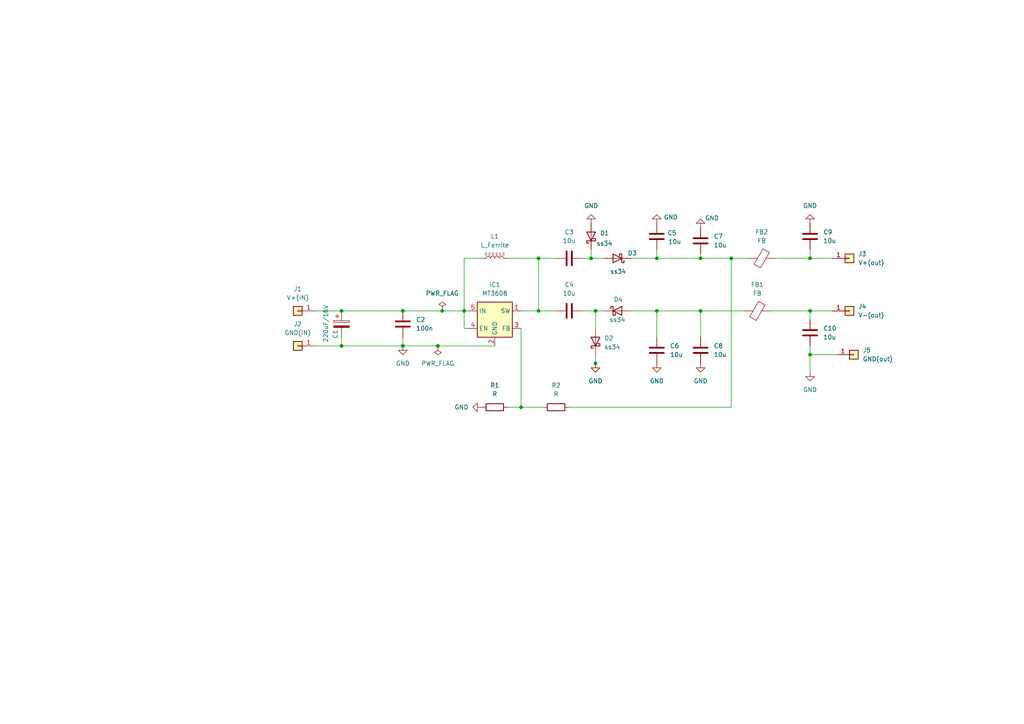
<source format=kicad_sch>
(kicad_sch
	(version 20231120)
	(generator "eeschema")
	(generator_version "8.0")
	(uuid "56158bcf-63dd-4ffe-93b0-8d64cd609180")
	(paper "A4")
	(title_block
		(title "MT3608 Symmetrical PSU")
		(date "2024-12-09")
		(rev "A ")
		(company "KiCAD")
	)
	(lib_symbols
		(symbol "Connector_Generic:Conn_01x01"
			(pin_names
				(offset 1.016) hide)
			(exclude_from_sim no)
			(in_bom yes)
			(on_board yes)
			(property "Reference" "J"
				(at 0 2.54 0)
				(effects
					(font
						(size 1.27 1.27)
					)
				)
			)
			(property "Value" "Conn_01x01"
				(at 0 -2.54 0)
				(effects
					(font
						(size 1.27 1.27)
					)
				)
			)
			(property "Footprint" ""
				(at 0 0 0)
				(effects
					(font
						(size 1.27 1.27)
					)
					(hide yes)
				)
			)
			(property "Datasheet" "~"
				(at 0 0 0)
				(effects
					(font
						(size 1.27 1.27)
					)
					(hide yes)
				)
			)
			(property "Description" "Generic connector, single row, 01x01, script generated (kicad-library-utils/schlib/autogen/connector/)"
				(at 0 0 0)
				(effects
					(font
						(size 1.27 1.27)
					)
					(hide yes)
				)
			)
			(property "ki_keywords" "connector"
				(at 0 0 0)
				(effects
					(font
						(size 1.27 1.27)
					)
					(hide yes)
				)
			)
			(property "ki_fp_filters" "Connector*:*_1x??_*"
				(at 0 0 0)
				(effects
					(font
						(size 1.27 1.27)
					)
					(hide yes)
				)
			)
			(symbol "Conn_01x01_1_1"
				(rectangle
					(start -1.27 0.127)
					(end 0 -0.127)
					(stroke
						(width 0.1524)
						(type default)
					)
					(fill
						(type none)
					)
				)
				(rectangle
					(start -1.27 1.27)
					(end 1.27 -1.27)
					(stroke
						(width 0.254)
						(type default)
					)
					(fill
						(type background)
					)
				)
				(pin passive line
					(at -5.08 0 0)
					(length 3.81)
					(name "Pin_1"
						(effects
							(font
								(size 1.27 1.27)
							)
						)
					)
					(number "1"
						(effects
							(font
								(size 1.27 1.27)
							)
						)
					)
				)
			)
		)
		(symbol "Device:C"
			(pin_numbers hide)
			(pin_names
				(offset 0.254)
			)
			(exclude_from_sim no)
			(in_bom yes)
			(on_board yes)
			(property "Reference" "C"
				(at 0.635 2.54 0)
				(effects
					(font
						(size 1.27 1.27)
					)
					(justify left)
				)
			)
			(property "Value" "C"
				(at 0.635 -2.54 0)
				(effects
					(font
						(size 1.27 1.27)
					)
					(justify left)
				)
			)
			(property "Footprint" ""
				(at 0.9652 -3.81 0)
				(effects
					(font
						(size 1.27 1.27)
					)
					(hide yes)
				)
			)
			(property "Datasheet" "~"
				(at 0 0 0)
				(effects
					(font
						(size 1.27 1.27)
					)
					(hide yes)
				)
			)
			(property "Description" "Unpolarized capacitor"
				(at 0 0 0)
				(effects
					(font
						(size 1.27 1.27)
					)
					(hide yes)
				)
			)
			(property "ki_keywords" "cap capacitor"
				(at 0 0 0)
				(effects
					(font
						(size 1.27 1.27)
					)
					(hide yes)
				)
			)
			(property "ki_fp_filters" "C_*"
				(at 0 0 0)
				(effects
					(font
						(size 1.27 1.27)
					)
					(hide yes)
				)
			)
			(symbol "C_0_1"
				(polyline
					(pts
						(xy -2.032 -0.762) (xy 2.032 -0.762)
					)
					(stroke
						(width 0.508)
						(type default)
					)
					(fill
						(type none)
					)
				)
				(polyline
					(pts
						(xy -2.032 0.762) (xy 2.032 0.762)
					)
					(stroke
						(width 0.508)
						(type default)
					)
					(fill
						(type none)
					)
				)
			)
			(symbol "C_1_1"
				(pin passive line
					(at 0 3.81 270)
					(length 2.794)
					(name "~"
						(effects
							(font
								(size 1.27 1.27)
							)
						)
					)
					(number "1"
						(effects
							(font
								(size 1.27 1.27)
							)
						)
					)
				)
				(pin passive line
					(at 0 -3.81 90)
					(length 2.794)
					(name "~"
						(effects
							(font
								(size 1.27 1.27)
							)
						)
					)
					(number "2"
						(effects
							(font
								(size 1.27 1.27)
							)
						)
					)
				)
			)
		)
		(symbol "Device:C_Polarized"
			(pin_numbers hide)
			(pin_names
				(offset 0.254)
			)
			(exclude_from_sim no)
			(in_bom yes)
			(on_board yes)
			(property "Reference" "C"
				(at 0.635 2.54 0)
				(effects
					(font
						(size 1.27 1.27)
					)
					(justify left)
				)
			)
			(property "Value" "C_Polarized"
				(at 0.635 -2.54 0)
				(effects
					(font
						(size 1.27 1.27)
					)
					(justify left)
				)
			)
			(property "Footprint" ""
				(at 0.9652 -3.81 0)
				(effects
					(font
						(size 1.27 1.27)
					)
					(hide yes)
				)
			)
			(property "Datasheet" "~"
				(at 0 0 0)
				(effects
					(font
						(size 1.27 1.27)
					)
					(hide yes)
				)
			)
			(property "Description" "Polarized capacitor"
				(at 0 0 0)
				(effects
					(font
						(size 1.27 1.27)
					)
					(hide yes)
				)
			)
			(property "ki_keywords" "cap capacitor"
				(at 0 0 0)
				(effects
					(font
						(size 1.27 1.27)
					)
					(hide yes)
				)
			)
			(property "ki_fp_filters" "CP_*"
				(at 0 0 0)
				(effects
					(font
						(size 1.27 1.27)
					)
					(hide yes)
				)
			)
			(symbol "C_Polarized_0_1"
				(rectangle
					(start -2.286 0.508)
					(end 2.286 1.016)
					(stroke
						(width 0)
						(type default)
					)
					(fill
						(type none)
					)
				)
				(polyline
					(pts
						(xy -1.778 2.286) (xy -0.762 2.286)
					)
					(stroke
						(width 0)
						(type default)
					)
					(fill
						(type none)
					)
				)
				(polyline
					(pts
						(xy -1.27 2.794) (xy -1.27 1.778)
					)
					(stroke
						(width 0)
						(type default)
					)
					(fill
						(type none)
					)
				)
				(rectangle
					(start 2.286 -0.508)
					(end -2.286 -1.016)
					(stroke
						(width 0)
						(type default)
					)
					(fill
						(type outline)
					)
				)
			)
			(symbol "C_Polarized_1_1"
				(pin passive line
					(at 0 3.81 270)
					(length 2.794)
					(name "~"
						(effects
							(font
								(size 1.27 1.27)
							)
						)
					)
					(number "1"
						(effects
							(font
								(size 1.27 1.27)
							)
						)
					)
				)
				(pin passive line
					(at 0 -3.81 90)
					(length 2.794)
					(name "~"
						(effects
							(font
								(size 1.27 1.27)
							)
						)
					)
					(number "2"
						(effects
							(font
								(size 1.27 1.27)
							)
						)
					)
				)
			)
		)
		(symbol "Device:D_Schottky"
			(pin_numbers hide)
			(pin_names
				(offset 1.016) hide)
			(exclude_from_sim no)
			(in_bom yes)
			(on_board yes)
			(property "Reference" "D"
				(at 0 2.54 0)
				(effects
					(font
						(size 1.27 1.27)
					)
				)
			)
			(property "Value" "D_Schottky"
				(at 0 -2.54 0)
				(effects
					(font
						(size 1.27 1.27)
					)
				)
			)
			(property "Footprint" ""
				(at 0 0 0)
				(effects
					(font
						(size 1.27 1.27)
					)
					(hide yes)
				)
			)
			(property "Datasheet" "~"
				(at 0 0 0)
				(effects
					(font
						(size 1.27 1.27)
					)
					(hide yes)
				)
			)
			(property "Description" "Schottky diode"
				(at 0 0 0)
				(effects
					(font
						(size 1.27 1.27)
					)
					(hide yes)
				)
			)
			(property "ki_keywords" "diode Schottky"
				(at 0 0 0)
				(effects
					(font
						(size 1.27 1.27)
					)
					(hide yes)
				)
			)
			(property "ki_fp_filters" "TO-???* *_Diode_* *SingleDiode* D_*"
				(at 0 0 0)
				(effects
					(font
						(size 1.27 1.27)
					)
					(hide yes)
				)
			)
			(symbol "D_Schottky_0_1"
				(polyline
					(pts
						(xy 1.27 0) (xy -1.27 0)
					)
					(stroke
						(width 0)
						(type default)
					)
					(fill
						(type none)
					)
				)
				(polyline
					(pts
						(xy 1.27 1.27) (xy 1.27 -1.27) (xy -1.27 0) (xy 1.27 1.27)
					)
					(stroke
						(width 0.254)
						(type default)
					)
					(fill
						(type none)
					)
				)
				(polyline
					(pts
						(xy -1.905 0.635) (xy -1.905 1.27) (xy -1.27 1.27) (xy -1.27 -1.27) (xy -0.635 -1.27) (xy -0.635 -0.635)
					)
					(stroke
						(width 0.254)
						(type default)
					)
					(fill
						(type none)
					)
				)
			)
			(symbol "D_Schottky_1_1"
				(pin passive line
					(at -3.81 0 0)
					(length 2.54)
					(name "K"
						(effects
							(font
								(size 1.27 1.27)
							)
						)
					)
					(number "1"
						(effects
							(font
								(size 1.27 1.27)
							)
						)
					)
				)
				(pin passive line
					(at 3.81 0 180)
					(length 2.54)
					(name "A"
						(effects
							(font
								(size 1.27 1.27)
							)
						)
					)
					(number "2"
						(effects
							(font
								(size 1.27 1.27)
							)
						)
					)
				)
			)
		)
		(symbol "Device:FerriteBead"
			(pin_numbers hide)
			(pin_names
				(offset 0)
			)
			(exclude_from_sim no)
			(in_bom yes)
			(on_board yes)
			(property "Reference" "FB"
				(at -3.81 0.635 90)
				(effects
					(font
						(size 1.27 1.27)
					)
				)
			)
			(property "Value" "FerriteBead"
				(at 3.81 0 90)
				(effects
					(font
						(size 1.27 1.27)
					)
				)
			)
			(property "Footprint" ""
				(at -1.778 0 90)
				(effects
					(font
						(size 1.27 1.27)
					)
					(hide yes)
				)
			)
			(property "Datasheet" "~"
				(at 0 0 0)
				(effects
					(font
						(size 1.27 1.27)
					)
					(hide yes)
				)
			)
			(property "Description" "Ferrite bead"
				(at 0 0 0)
				(effects
					(font
						(size 1.27 1.27)
					)
					(hide yes)
				)
			)
			(property "ki_keywords" "L ferrite bead inductor filter"
				(at 0 0 0)
				(effects
					(font
						(size 1.27 1.27)
					)
					(hide yes)
				)
			)
			(property "ki_fp_filters" "Inductor_* L_* *Ferrite*"
				(at 0 0 0)
				(effects
					(font
						(size 1.27 1.27)
					)
					(hide yes)
				)
			)
			(symbol "FerriteBead_0_1"
				(polyline
					(pts
						(xy 0 -1.27) (xy 0 -1.2192)
					)
					(stroke
						(width 0)
						(type default)
					)
					(fill
						(type none)
					)
				)
				(polyline
					(pts
						(xy 0 1.27) (xy 0 1.2954)
					)
					(stroke
						(width 0)
						(type default)
					)
					(fill
						(type none)
					)
				)
				(polyline
					(pts
						(xy -2.7686 0.4064) (xy -1.7018 2.2606) (xy 2.7686 -0.3048) (xy 1.6764 -2.159) (xy -2.7686 0.4064)
					)
					(stroke
						(width 0)
						(type default)
					)
					(fill
						(type none)
					)
				)
			)
			(symbol "FerriteBead_1_1"
				(pin passive line
					(at 0 3.81 270)
					(length 2.54)
					(name "~"
						(effects
							(font
								(size 1.27 1.27)
							)
						)
					)
					(number "1"
						(effects
							(font
								(size 1.27 1.27)
							)
						)
					)
				)
				(pin passive line
					(at 0 -3.81 90)
					(length 2.54)
					(name "~"
						(effects
							(font
								(size 1.27 1.27)
							)
						)
					)
					(number "2"
						(effects
							(font
								(size 1.27 1.27)
							)
						)
					)
				)
			)
		)
		(symbol "Device:L_Ferrite"
			(pin_numbers hide)
			(pin_names
				(offset 1.016) hide)
			(exclude_from_sim no)
			(in_bom yes)
			(on_board yes)
			(property "Reference" "L"
				(at -1.27 0 90)
				(effects
					(font
						(size 1.27 1.27)
					)
				)
			)
			(property "Value" "L_Ferrite"
				(at 2.794 0 90)
				(effects
					(font
						(size 1.27 1.27)
					)
				)
			)
			(property "Footprint" ""
				(at 0 0 0)
				(effects
					(font
						(size 1.27 1.27)
					)
					(hide yes)
				)
			)
			(property "Datasheet" "~"
				(at 0 0 0)
				(effects
					(font
						(size 1.27 1.27)
					)
					(hide yes)
				)
			)
			(property "Description" "Inductor with ferrite core"
				(at 0 0 0)
				(effects
					(font
						(size 1.27 1.27)
					)
					(hide yes)
				)
			)
			(property "ki_keywords" "inductor choke coil reactor magnetic"
				(at 0 0 0)
				(effects
					(font
						(size 1.27 1.27)
					)
					(hide yes)
				)
			)
			(property "ki_fp_filters" "Choke_* *Coil* Inductor_* L_*"
				(at 0 0 0)
				(effects
					(font
						(size 1.27 1.27)
					)
					(hide yes)
				)
			)
			(symbol "L_Ferrite_0_1"
				(arc
					(start 0 -2.54)
					(mid 0.6323 -1.905)
					(end 0 -1.27)
					(stroke
						(width 0)
						(type default)
					)
					(fill
						(type none)
					)
				)
				(arc
					(start 0 -1.27)
					(mid 0.6323 -0.635)
					(end 0 0)
					(stroke
						(width 0)
						(type default)
					)
					(fill
						(type none)
					)
				)
				(polyline
					(pts
						(xy 1.016 -2.794) (xy 1.016 -2.286)
					)
					(stroke
						(width 0)
						(type default)
					)
					(fill
						(type none)
					)
				)
				(polyline
					(pts
						(xy 1.016 -1.778) (xy 1.016 -1.27)
					)
					(stroke
						(width 0)
						(type default)
					)
					(fill
						(type none)
					)
				)
				(polyline
					(pts
						(xy 1.016 -0.762) (xy 1.016 -0.254)
					)
					(stroke
						(width 0)
						(type default)
					)
					(fill
						(type none)
					)
				)
				(polyline
					(pts
						(xy 1.016 0.254) (xy 1.016 0.762)
					)
					(stroke
						(width 0)
						(type default)
					)
					(fill
						(type none)
					)
				)
				(polyline
					(pts
						(xy 1.016 1.27) (xy 1.016 1.778)
					)
					(stroke
						(width 0)
						(type default)
					)
					(fill
						(type none)
					)
				)
				(polyline
					(pts
						(xy 1.016 2.286) (xy 1.016 2.794)
					)
					(stroke
						(width 0)
						(type default)
					)
					(fill
						(type none)
					)
				)
				(polyline
					(pts
						(xy 1.524 -2.286) (xy 1.524 -2.794)
					)
					(stroke
						(width 0)
						(type default)
					)
					(fill
						(type none)
					)
				)
				(polyline
					(pts
						(xy 1.524 -1.27) (xy 1.524 -1.778)
					)
					(stroke
						(width 0)
						(type default)
					)
					(fill
						(type none)
					)
				)
				(polyline
					(pts
						(xy 1.524 -0.254) (xy 1.524 -0.762)
					)
					(stroke
						(width 0)
						(type default)
					)
					(fill
						(type none)
					)
				)
				(polyline
					(pts
						(xy 1.524 0.762) (xy 1.524 0.254)
					)
					(stroke
						(width 0)
						(type default)
					)
					(fill
						(type none)
					)
				)
				(polyline
					(pts
						(xy 1.524 1.778) (xy 1.524 1.27)
					)
					(stroke
						(width 0)
						(type default)
					)
					(fill
						(type none)
					)
				)
				(polyline
					(pts
						(xy 1.524 2.794) (xy 1.524 2.286)
					)
					(stroke
						(width 0)
						(type default)
					)
					(fill
						(type none)
					)
				)
				(arc
					(start 0 0)
					(mid 0.6323 0.635)
					(end 0 1.27)
					(stroke
						(width 0)
						(type default)
					)
					(fill
						(type none)
					)
				)
				(arc
					(start 0 1.27)
					(mid 0.6323 1.905)
					(end 0 2.54)
					(stroke
						(width 0)
						(type default)
					)
					(fill
						(type none)
					)
				)
			)
			(symbol "L_Ferrite_1_1"
				(pin passive line
					(at 0 3.81 270)
					(length 1.27)
					(name "1"
						(effects
							(font
								(size 1.27 1.27)
							)
						)
					)
					(number "1"
						(effects
							(font
								(size 1.27 1.27)
							)
						)
					)
				)
				(pin passive line
					(at 0 -3.81 90)
					(length 1.27)
					(name "2"
						(effects
							(font
								(size 1.27 1.27)
							)
						)
					)
					(number "2"
						(effects
							(font
								(size 1.27 1.27)
							)
						)
					)
				)
			)
		)
		(symbol "Device:R"
			(pin_numbers hide)
			(pin_names
				(offset 0)
			)
			(exclude_from_sim no)
			(in_bom yes)
			(on_board yes)
			(property "Reference" "R"
				(at 2.032 0 90)
				(effects
					(font
						(size 1.27 1.27)
					)
				)
			)
			(property "Value" "R"
				(at 0 0 90)
				(effects
					(font
						(size 1.27 1.27)
					)
				)
			)
			(property "Footprint" ""
				(at -1.778 0 90)
				(effects
					(font
						(size 1.27 1.27)
					)
					(hide yes)
				)
			)
			(property "Datasheet" "~"
				(at 0 0 0)
				(effects
					(font
						(size 1.27 1.27)
					)
					(hide yes)
				)
			)
			(property "Description" "Resistor"
				(at 0 0 0)
				(effects
					(font
						(size 1.27 1.27)
					)
					(hide yes)
				)
			)
			(property "ki_keywords" "R res resistor"
				(at 0 0 0)
				(effects
					(font
						(size 1.27 1.27)
					)
					(hide yes)
				)
			)
			(property "ki_fp_filters" "R_*"
				(at 0 0 0)
				(effects
					(font
						(size 1.27 1.27)
					)
					(hide yes)
				)
			)
			(symbol "R_0_1"
				(rectangle
					(start -1.016 -2.54)
					(end 1.016 2.54)
					(stroke
						(width 0.254)
						(type default)
					)
					(fill
						(type none)
					)
				)
			)
			(symbol "R_1_1"
				(pin passive line
					(at 0 3.81 270)
					(length 1.27)
					(name "~"
						(effects
							(font
								(size 1.27 1.27)
							)
						)
					)
					(number "1"
						(effects
							(font
								(size 1.27 1.27)
							)
						)
					)
				)
				(pin passive line
					(at 0 -3.81 90)
					(length 1.27)
					(name "~"
						(effects
							(font
								(size 1.27 1.27)
							)
						)
					)
					(number "2"
						(effects
							(font
								(size 1.27 1.27)
							)
						)
					)
				)
			)
		)
		(symbol "Regulator_Switching:MT3608"
			(exclude_from_sim no)
			(in_bom yes)
			(on_board yes)
			(property "Reference" "U"
				(at -2.54 8.89 0)
				(effects
					(font
						(size 1.27 1.27)
					)
					(justify left)
				)
			)
			(property "Value" "MT3608"
				(at -3.81 6.35 0)
				(effects
					(font
						(size 1.27 1.27)
					)
					(justify left)
				)
			)
			(property "Footprint" "Package_TO_SOT_SMD:SOT-23-6"
				(at 1.27 -6.35 0)
				(effects
					(font
						(size 1.27 1.27)
						(italic yes)
					)
					(justify left)
					(hide yes)
				)
			)
			(property "Datasheet" "https://www.olimex.com/Products/Breadboarding/BB-PWR-3608/resources/MT3608.pdf"
				(at -6.35 11.43 0)
				(effects
					(font
						(size 1.27 1.27)
					)
					(hide yes)
				)
			)
			(property "Description" "High Efficiency 1.2MHz 2A Step Up Converter, 2-24V Vin, 28V Vout, 4A current limit, 1.2MHz, SOT23-6"
				(at 0 0 0)
				(effects
					(font
						(size 1.27 1.27)
					)
					(hide yes)
				)
			)
			(property "ki_keywords" "Step-Up Boost DC-DC Regulator Adjustable"
				(at 0 0 0)
				(effects
					(font
						(size 1.27 1.27)
					)
					(hide yes)
				)
			)
			(property "ki_fp_filters" "SOT*23*"
				(at 0 0 0)
				(effects
					(font
						(size 1.27 1.27)
					)
					(hide yes)
				)
			)
			(symbol "MT3608_0_1"
				(rectangle
					(start -5.08 5.08)
					(end 5.08 -5.08)
					(stroke
						(width 0.254)
						(type default)
					)
					(fill
						(type background)
					)
				)
			)
			(symbol "MT3608_1_1"
				(pin passive line
					(at 7.62 2.54 180)
					(length 2.54)
					(name "SW"
						(effects
							(font
								(size 1.27 1.27)
							)
						)
					)
					(number "1"
						(effects
							(font
								(size 1.27 1.27)
							)
						)
					)
				)
				(pin power_in line
					(at 0 -7.62 90)
					(length 2.54)
					(name "GND"
						(effects
							(font
								(size 1.27 1.27)
							)
						)
					)
					(number "2"
						(effects
							(font
								(size 1.27 1.27)
							)
						)
					)
				)
				(pin input line
					(at 7.62 -2.54 180)
					(length 2.54)
					(name "FB"
						(effects
							(font
								(size 1.27 1.27)
							)
						)
					)
					(number "3"
						(effects
							(font
								(size 1.27 1.27)
							)
						)
					)
				)
				(pin input line
					(at -7.62 -2.54 0)
					(length 2.54)
					(name "EN"
						(effects
							(font
								(size 1.27 1.27)
							)
						)
					)
					(number "4"
						(effects
							(font
								(size 1.27 1.27)
							)
						)
					)
				)
				(pin power_in line
					(at -7.62 2.54 0)
					(length 2.54)
					(name "IN"
						(effects
							(font
								(size 1.27 1.27)
							)
						)
					)
					(number "5"
						(effects
							(font
								(size 1.27 1.27)
							)
						)
					)
				)
				(pin no_connect line
					(at 5.08 0 180)
					(length 2.54) hide
					(name "NC"
						(effects
							(font
								(size 1.27 1.27)
							)
						)
					)
					(number "6"
						(effects
							(font
								(size 1.27 1.27)
							)
						)
					)
				)
			)
		)
		(symbol "power:GND"
			(power)
			(pin_numbers hide)
			(pin_names
				(offset 0) hide)
			(exclude_from_sim no)
			(in_bom yes)
			(on_board yes)
			(property "Reference" "#PWR"
				(at 0 -6.35 0)
				(effects
					(font
						(size 1.27 1.27)
					)
					(hide yes)
				)
			)
			(property "Value" "GND"
				(at 0 -3.81 0)
				(effects
					(font
						(size 1.27 1.27)
					)
				)
			)
			(property "Footprint" ""
				(at 0 0 0)
				(effects
					(font
						(size 1.27 1.27)
					)
					(hide yes)
				)
			)
			(property "Datasheet" ""
				(at 0 0 0)
				(effects
					(font
						(size 1.27 1.27)
					)
					(hide yes)
				)
			)
			(property "Description" "Power symbol creates a global label with name \"GND\" , ground"
				(at 0 0 0)
				(effects
					(font
						(size 1.27 1.27)
					)
					(hide yes)
				)
			)
			(property "ki_keywords" "global power"
				(at 0 0 0)
				(effects
					(font
						(size 1.27 1.27)
					)
					(hide yes)
				)
			)
			(symbol "GND_0_1"
				(polyline
					(pts
						(xy 0 0) (xy 0 -1.27) (xy 1.27 -1.27) (xy 0 -2.54) (xy -1.27 -1.27) (xy 0 -1.27)
					)
					(stroke
						(width 0)
						(type default)
					)
					(fill
						(type none)
					)
				)
			)
			(symbol "GND_1_1"
				(pin power_in line
					(at 0 0 270)
					(length 0)
					(name "~"
						(effects
							(font
								(size 1.27 1.27)
							)
						)
					)
					(number "1"
						(effects
							(font
								(size 1.27 1.27)
							)
						)
					)
				)
			)
		)
		(symbol "power:PWR_FLAG"
			(power)
			(pin_numbers hide)
			(pin_names
				(offset 0) hide)
			(exclude_from_sim no)
			(in_bom yes)
			(on_board yes)
			(property "Reference" "#FLG"
				(at 0 1.905 0)
				(effects
					(font
						(size 1.27 1.27)
					)
					(hide yes)
				)
			)
			(property "Value" "PWR_FLAG"
				(at 0 3.81 0)
				(effects
					(font
						(size 1.27 1.27)
					)
				)
			)
			(property "Footprint" ""
				(at 0 0 0)
				(effects
					(font
						(size 1.27 1.27)
					)
					(hide yes)
				)
			)
			(property "Datasheet" "~"
				(at 0 0 0)
				(effects
					(font
						(size 1.27 1.27)
					)
					(hide yes)
				)
			)
			(property "Description" "Special symbol for telling ERC where power comes from"
				(at 0 0 0)
				(effects
					(font
						(size 1.27 1.27)
					)
					(hide yes)
				)
			)
			(property "ki_keywords" "flag power"
				(at 0 0 0)
				(effects
					(font
						(size 1.27 1.27)
					)
					(hide yes)
				)
			)
			(symbol "PWR_FLAG_0_0"
				(pin power_out line
					(at 0 0 90)
					(length 0)
					(name "~"
						(effects
							(font
								(size 1.27 1.27)
							)
						)
					)
					(number "1"
						(effects
							(font
								(size 1.27 1.27)
							)
						)
					)
				)
			)
			(symbol "PWR_FLAG_0_1"
				(polyline
					(pts
						(xy 0 0) (xy 0 1.27) (xy -1.016 1.905) (xy 0 2.54) (xy 1.016 1.905) (xy 0 1.27)
					)
					(stroke
						(width 0)
						(type default)
					)
					(fill
						(type none)
					)
				)
			)
		)
	)
	(junction
		(at 116.84 90.17)
		(diameter 0)
		(color 0 0 0 0)
		(uuid "05b1ac5e-a402-4d32-ab1b-7133c1861c70")
	)
	(junction
		(at 171.45 74.93)
		(diameter 0)
		(color 0 0 0 0)
		(uuid "19b1e849-03d4-4678-aafe-9d4d93621d83")
	)
	(junction
		(at 203.2 74.93)
		(diameter 0)
		(color 0 0 0 0)
		(uuid "28c8325a-af0e-4e69-8785-ca3ac81fa308")
	)
	(junction
		(at 203.2 90.17)
		(diameter 0)
		(color 0 0 0 0)
		(uuid "385ecdcc-a39f-40c9-822e-fdec75b65763")
	)
	(junction
		(at 99.06 90.17)
		(diameter 0)
		(color 0 0 0 0)
		(uuid "4dbdcc36-5b1e-4d70-b140-994bf584f9a2")
	)
	(junction
		(at 127 100.33)
		(diameter 0)
		(color 0 0 0 0)
		(uuid "658efaff-de0b-4155-94fc-ddae33229a3b")
	)
	(junction
		(at 156.21 74.93)
		(diameter 0)
		(color 0 0 0 0)
		(uuid "686f23a3-1ae7-4e82-b7d3-e7ffad398b66")
	)
	(junction
		(at 234.95 102.87)
		(diameter 0)
		(color 0 0 0 0)
		(uuid "73b734c6-e1c6-4516-8abf-c5bb8cc9b1be")
	)
	(junction
		(at 156.21 90.17)
		(diameter 0)
		(color 0 0 0 0)
		(uuid "78386c12-aaab-42af-8e0e-7457eb790dbd")
	)
	(junction
		(at 116.84 100.33)
		(diameter 0)
		(color 0 0 0 0)
		(uuid "81cf36c4-166b-476a-8a50-8c6acc245dcc")
	)
	(junction
		(at 134.62 90.17)
		(diameter 0)
		(color 0 0 0 0)
		(uuid "835ac0ca-ebd5-4b94-bec9-5a755507a868")
	)
	(junction
		(at 190.5 74.93)
		(diameter 0)
		(color 0 0 0 0)
		(uuid "938eab80-a032-42eb-be4e-0f2eddaececb")
	)
	(junction
		(at 151.13 118.11)
		(diameter 0)
		(color 0 0 0 0)
		(uuid "ada4587a-d087-4bc5-8c95-376442925c18")
	)
	(junction
		(at 212.09 74.93)
		(diameter 0)
		(color 0 0 0 0)
		(uuid "b13835bb-d59f-4767-adaf-c6695fa43d7c")
	)
	(junction
		(at 234.95 90.17)
		(diameter 0)
		(color 0 0 0 0)
		(uuid "bb3244a4-24dc-4187-8b6a-f16f97158cd1")
	)
	(junction
		(at 99.06 100.33)
		(diameter 0)
		(color 0 0 0 0)
		(uuid "c1433a33-e663-4f5d-932d-5a07ddc3e768")
	)
	(junction
		(at 234.95 74.93)
		(diameter 0)
		(color 0 0 0 0)
		(uuid "d091314f-5918-4530-b19e-769cbdab5ad6")
	)
	(junction
		(at 190.5 90.17)
		(diameter 0)
		(color 0 0 0 0)
		(uuid "d366b90d-5057-43ae-bec4-277596f48e2a")
	)
	(junction
		(at 172.72 105.41)
		(diameter 0)
		(color 0 0 0 0)
		(uuid "dd77922a-8a51-4197-bc95-33452f554867")
	)
	(junction
		(at 172.72 90.17)
		(diameter 0)
		(color 0 0 0 0)
		(uuid "e2d51ee5-7287-453e-ae78-0bbebe726df3")
	)
	(junction
		(at 128.27 90.17)
		(diameter 0)
		(color 0 0 0 0)
		(uuid "f126b40e-2456-49b9-9867-51fd21320920")
	)
	(wire
		(pts
			(xy 165.1 118.11) (xy 212.09 118.11)
		)
		(stroke
			(width 0)
			(type default)
		)
		(uuid "036c0a86-05b4-4b57-8ece-50ef47161a52")
	)
	(wire
		(pts
			(xy 234.95 74.93) (xy 241.3 74.93)
		)
		(stroke
			(width 0)
			(type default)
		)
		(uuid "052870fd-a8c0-40e5-a15b-343f6fb34032")
	)
	(wire
		(pts
			(xy 151.13 90.17) (xy 156.21 90.17)
		)
		(stroke
			(width 0)
			(type default)
		)
		(uuid "06051528-299a-460c-862e-f40641d9107c")
	)
	(wire
		(pts
			(xy 151.13 95.25) (xy 151.13 118.11)
		)
		(stroke
			(width 0)
			(type default)
		)
		(uuid "096b1df6-6f2e-4314-9d65-8c68ead01d15")
	)
	(wire
		(pts
			(xy 234.95 107.95) (xy 234.95 102.87)
		)
		(stroke
			(width 0)
			(type default)
		)
		(uuid "0f95f693-869a-4f0b-a98a-bdbcf27d3444")
	)
	(wire
		(pts
			(xy 234.95 102.87) (xy 242.57 102.87)
		)
		(stroke
			(width 0)
			(type default)
		)
		(uuid "17c239eb-a990-4726-99ee-05a041e3278b")
	)
	(wire
		(pts
			(xy 203.2 90.17) (xy 203.2 97.79)
		)
		(stroke
			(width 0)
			(type default)
		)
		(uuid "1a8a1f1b-ca09-4a07-800d-f34d4709d40a")
	)
	(wire
		(pts
			(xy 151.13 118.11) (xy 157.48 118.11)
		)
		(stroke
			(width 0)
			(type default)
		)
		(uuid "1da1c86f-395b-475c-825b-0f9d8ea2864a")
	)
	(wire
		(pts
			(xy 172.72 90.17) (xy 175.26 90.17)
		)
		(stroke
			(width 0)
			(type default)
		)
		(uuid "1f6376f3-b27b-4230-affe-227d48efba9d")
	)
	(wire
		(pts
			(xy 223.52 90.17) (xy 234.95 90.17)
		)
		(stroke
			(width 0)
			(type default)
		)
		(uuid "20995ceb-3a1d-4287-aada-4e9ddcae6400")
	)
	(wire
		(pts
			(xy 168.91 74.93) (xy 171.45 74.93)
		)
		(stroke
			(width 0)
			(type default)
		)
		(uuid "22b5c713-d9bf-4902-803b-c4c32e5cc7c4")
	)
	(wire
		(pts
			(xy 203.2 90.17) (xy 215.9 90.17)
		)
		(stroke
			(width 0)
			(type default)
		)
		(uuid "27342515-76e7-42f2-8b18-7e20e134b9dc")
	)
	(wire
		(pts
			(xy 139.7 74.93) (xy 134.62 74.93)
		)
		(stroke
			(width 0)
			(type default)
		)
		(uuid "2cd7ccc7-fe39-4a4a-b36a-dd058e9c1983")
	)
	(wire
		(pts
			(xy 134.62 74.93) (xy 134.62 90.17)
		)
		(stroke
			(width 0)
			(type default)
		)
		(uuid "3259fb18-5985-4a78-8e38-09d3ea279fda")
	)
	(wire
		(pts
			(xy 156.21 74.93) (xy 161.29 74.93)
		)
		(stroke
			(width 0)
			(type default)
		)
		(uuid "33eae2ec-df0d-4319-ac4f-6778b349e5b2")
	)
	(wire
		(pts
			(xy 234.95 90.17) (xy 234.95 92.71)
		)
		(stroke
			(width 0)
			(type default)
		)
		(uuid "3e9e330e-83ff-4207-9a1b-16bd680de6f7")
	)
	(wire
		(pts
			(xy 172.72 105.41) (xy 172.72 102.87)
		)
		(stroke
			(width 0)
			(type default)
		)
		(uuid "402f35f2-0dc7-47eb-81e6-544457de7ae4")
	)
	(wire
		(pts
			(xy 171.45 72.39) (xy 171.45 74.93)
		)
		(stroke
			(width 0)
			(type default)
		)
		(uuid "4fe9a639-42e1-42ad-bdf1-7d2e031b2f68")
	)
	(wire
		(pts
			(xy 182.88 74.93) (xy 190.5 74.93)
		)
		(stroke
			(width 0)
			(type default)
		)
		(uuid "51352662-81b2-4ae9-8b42-2d00b8c119da")
	)
	(wire
		(pts
			(xy 182.88 90.17) (xy 190.5 90.17)
		)
		(stroke
			(width 0)
			(type default)
		)
		(uuid "53cb2ad4-a645-421c-811d-66eada897081")
	)
	(wire
		(pts
			(xy 190.5 72.39) (xy 190.5 74.93)
		)
		(stroke
			(width 0)
			(type default)
		)
		(uuid "57510603-8162-4e60-b446-d4391af12f3e")
	)
	(wire
		(pts
			(xy 134.62 95.25) (xy 134.62 90.17)
		)
		(stroke
			(width 0)
			(type default)
		)
		(uuid "59a931df-99e9-468c-973a-d9cb6df8826d")
	)
	(wire
		(pts
			(xy 99.06 90.17) (xy 116.84 90.17)
		)
		(stroke
			(width 0)
			(type default)
		)
		(uuid "601f20b4-3022-4159-86bc-3c9378823a79")
	)
	(wire
		(pts
			(xy 234.95 90.17) (xy 241.3 90.17)
		)
		(stroke
			(width 0)
			(type default)
		)
		(uuid "7263f6a7-0398-4fe9-9968-db6401245b42")
	)
	(wire
		(pts
			(xy 116.84 97.79) (xy 116.84 100.33)
		)
		(stroke
			(width 0)
			(type default)
		)
		(uuid "74631e0e-5f3f-48d8-a662-9e543adc0d30")
	)
	(wire
		(pts
			(xy 147.32 74.93) (xy 156.21 74.93)
		)
		(stroke
			(width 0)
			(type default)
		)
		(uuid "7884f9c5-ec52-4273-9cfa-57abc07d6a48")
	)
	(wire
		(pts
			(xy 190.5 74.93) (xy 203.2 74.93)
		)
		(stroke
			(width 0)
			(type default)
		)
		(uuid "928176b9-fe32-4dc3-8b24-b2066fdf63cc")
	)
	(wire
		(pts
			(xy 127 100.33) (xy 143.51 100.33)
		)
		(stroke
			(width 0)
			(type default)
		)
		(uuid "952acd99-c7b2-4121-b29f-7c782bfeaccf")
	)
	(wire
		(pts
			(xy 212.09 118.11) (xy 212.09 74.93)
		)
		(stroke
			(width 0)
			(type default)
		)
		(uuid "96f94d63-f1cc-487e-87d5-75176def154d")
	)
	(wire
		(pts
			(xy 156.21 74.93) (xy 156.21 90.17)
		)
		(stroke
			(width 0)
			(type default)
		)
		(uuid "9c68afd9-87aa-49ff-bb1c-b8ee07d650ad")
	)
	(wire
		(pts
			(xy 91.44 90.17) (xy 99.06 90.17)
		)
		(stroke
			(width 0)
			(type default)
		)
		(uuid "a0e1afe5-2888-4362-aea7-b335ab994a6d")
	)
	(wire
		(pts
			(xy 234.95 72.39) (xy 234.95 74.93)
		)
		(stroke
			(width 0)
			(type default)
		)
		(uuid "a2af088a-75fa-49de-953c-9d18d0c70ebb")
	)
	(wire
		(pts
			(xy 135.89 95.25) (xy 134.62 95.25)
		)
		(stroke
			(width 0)
			(type default)
		)
		(uuid "a2e0dc03-fe9e-4721-8856-36ee2b9bcdbc")
	)
	(wire
		(pts
			(xy 99.06 100.33) (xy 116.84 100.33)
		)
		(stroke
			(width 0)
			(type default)
		)
		(uuid "a679ccf2-2d48-4c9b-9990-8b802d4883e0")
	)
	(wire
		(pts
			(xy 99.06 97.79) (xy 99.06 100.33)
		)
		(stroke
			(width 0)
			(type default)
		)
		(uuid "ad805749-2ed5-4f10-b27a-bba3944e4613")
	)
	(wire
		(pts
			(xy 128.27 90.17) (xy 134.62 90.17)
		)
		(stroke
			(width 0)
			(type default)
		)
		(uuid "bb87d422-2e7b-42df-a44f-1d75a8506df3")
	)
	(wire
		(pts
			(xy 168.91 90.17) (xy 172.72 90.17)
		)
		(stroke
			(width 0)
			(type default)
		)
		(uuid "be5290b3-b353-4e89-b1d0-115236b95151")
	)
	(wire
		(pts
			(xy 116.84 90.17) (xy 128.27 90.17)
		)
		(stroke
			(width 0)
			(type default)
		)
		(uuid "bfe33dc1-94ce-4aee-90da-41951a3d6c45")
	)
	(wire
		(pts
			(xy 172.72 90.17) (xy 172.72 95.25)
		)
		(stroke
			(width 0)
			(type default)
		)
		(uuid "c4f2dbf6-2d33-467f-a160-6fd066b23384")
	)
	(wire
		(pts
			(xy 203.2 74.93) (xy 203.2 73.66)
		)
		(stroke
			(width 0)
			(type default)
		)
		(uuid "c8e23152-0357-4370-b1ee-2ccc65c39228")
	)
	(wire
		(pts
			(xy 234.95 102.87) (xy 234.95 100.33)
		)
		(stroke
			(width 0)
			(type default)
		)
		(uuid "ce5f8dc0-a2f0-4bef-aba7-369104b3b708")
	)
	(wire
		(pts
			(xy 134.62 90.17) (xy 135.89 90.17)
		)
		(stroke
			(width 0)
			(type default)
		)
		(uuid "d258c934-a617-4cff-a061-9bb299f6df15")
	)
	(wire
		(pts
			(xy 171.45 74.93) (xy 175.26 74.93)
		)
		(stroke
			(width 0)
			(type default)
		)
		(uuid "d2f30488-1caa-4150-8714-80e81de1835a")
	)
	(wire
		(pts
			(xy 203.2 74.93) (xy 212.09 74.93)
		)
		(stroke
			(width 0)
			(type default)
		)
		(uuid "d745acfc-3d86-4f9a-a223-ca66c5d10d4e")
	)
	(wire
		(pts
			(xy 224.79 74.93) (xy 234.95 74.93)
		)
		(stroke
			(width 0)
			(type default)
		)
		(uuid "db2f9149-b045-471b-a3ff-5f479a7eabe4")
	)
	(wire
		(pts
			(xy 147.32 118.11) (xy 151.13 118.11)
		)
		(stroke
			(width 0)
			(type default)
		)
		(uuid "e3561821-c780-4855-9779-71e4e83ad8a1")
	)
	(wire
		(pts
			(xy 212.09 74.93) (xy 217.17 74.93)
		)
		(stroke
			(width 0)
			(type default)
		)
		(uuid "e357f35b-ccd3-4dca-a798-80598550a8e8")
	)
	(wire
		(pts
			(xy 156.21 90.17) (xy 161.29 90.17)
		)
		(stroke
			(width 0)
			(type default)
		)
		(uuid "e606fc20-5440-4187-8e04-7accb650671e")
	)
	(wire
		(pts
			(xy 91.44 100.33) (xy 99.06 100.33)
		)
		(stroke
			(width 0)
			(type default)
		)
		(uuid "f7ac4ca3-82b2-46da-b706-6436c90956b1")
	)
	(wire
		(pts
			(xy 116.84 100.33) (xy 127 100.33)
		)
		(stroke
			(width 0)
			(type default)
		)
		(uuid "fc606c91-930e-41d3-b435-731e5f375a16")
	)
	(wire
		(pts
			(xy 190.5 90.17) (xy 203.2 90.17)
		)
		(stroke
			(width 0)
			(type default)
		)
		(uuid "fd96017e-86e9-423e-89db-8217123e3942")
	)
	(wire
		(pts
			(xy 190.5 90.17) (xy 190.5 97.79)
		)
		(stroke
			(width 0)
			(type default)
		)
		(uuid "ffd21ba0-8a36-491f-8fab-2d5031c86e01")
	)
	(symbol
		(lib_id "Device:C_Polarized")
		(at 99.06 93.98 0)
		(unit 1)
		(exclude_from_sim no)
		(in_bom yes)
		(on_board yes)
		(dnp no)
		(uuid "04a24fc5-c9d4-4cf1-b725-2168ceac4bbb")
		(property "Reference" "C1"
			(at 97.282 98.298 90)
			(effects
				(font
					(size 1.27 1.27)
				)
				(justify left)
			)
		)
		(property "Value" "220uF/16V"
			(at 94.488 99.314 90)
			(effects
				(font
					(size 1.27 1.27)
				)
				(justify left)
			)
		)
		(property "Footprint" "Capacitor_SMD:CP_Elec_8x10"
			(at 100.0252 97.79 0)
			(effects
				(font
					(size 1.27 1.27)
				)
				(hide yes)
			)
		)
		(property "Datasheet" "~"
			(at 99.06 93.98 0)
			(effects
				(font
					(size 1.27 1.27)
				)
				(hide yes)
			)
		)
		(property "Description" "Polarized capacitor"
			(at 99.06 93.98 0)
			(effects
				(font
					(size 1.27 1.27)
				)
				(hide yes)
			)
		)
		(pin "2"
			(uuid "7524e128-ff3f-4a4d-a167-d05e8713cef1")
		)
		(pin "1"
			(uuid "87dfa1b8-bbdb-4054-9659-42d303558d66")
		)
		(instances
			(project ""
				(path "/56158bcf-63dd-4ffe-93b0-8d64cd609180"
					(reference "C1")
					(unit 1)
				)
			)
		)
	)
	(symbol
		(lib_id "power:GND")
		(at 203.2 66.04 180)
		(unit 1)
		(exclude_from_sim no)
		(in_bom yes)
		(on_board yes)
		(dnp no)
		(uuid "0652a15e-e14b-4aa5-89ae-c6be6d77a56d")
		(property "Reference" "#PWR08"
			(at 203.2 59.69 0)
			(effects
				(font
					(size 1.27 1.27)
				)
				(hide yes)
			)
		)
		(property "Value" "GND"
			(at 206.502 63.246 0)
			(effects
				(font
					(size 1.27 1.27)
				)
			)
		)
		(property "Footprint" ""
			(at 203.2 66.04 0)
			(effects
				(font
					(size 1.27 1.27)
				)
				(hide yes)
			)
		)
		(property "Datasheet" ""
			(at 203.2 66.04 0)
			(effects
				(font
					(size 1.27 1.27)
				)
				(hide yes)
			)
		)
		(property "Description" "Power symbol creates a global label with name \"GND\" , ground"
			(at 203.2 66.04 0)
			(effects
				(font
					(size 1.27 1.27)
				)
				(hide yes)
			)
		)
		(pin "1"
			(uuid "8ac43485-7bb2-4854-b5bc-80a38b5d1259")
		)
		(instances
			(project "mt3608 Boost Converter"
				(path "/56158bcf-63dd-4ffe-93b0-8d64cd609180"
					(reference "#PWR08")
					(unit 1)
				)
			)
		)
	)
	(symbol
		(lib_id "Connector_Generic:Conn_01x01")
		(at 86.36 100.33 180)
		(unit 1)
		(exclude_from_sim no)
		(in_bom yes)
		(on_board yes)
		(dnp no)
		(fields_autoplaced yes)
		(uuid "0697e010-3093-466f-9d91-a068dadbe899")
		(property "Reference" "J2"
			(at 86.36 93.98 0)
			(effects
				(font
					(size 1.27 1.27)
				)
			)
		)
		(property "Value" "GND(IN)"
			(at 86.36 96.52 0)
			(effects
				(font
					(size 1.27 1.27)
				)
			)
		)
		(property "Footprint" "Connector_Wire:SolderWire-0.5sqmm_1x01_D0.9mm_OD2.3mm"
			(at 86.36 100.33 0)
			(effects
				(font
					(size 1.27 1.27)
				)
				(hide yes)
			)
		)
		(property "Datasheet" "~"
			(at 86.36 100.33 0)
			(effects
				(font
					(size 1.27 1.27)
				)
				(hide yes)
			)
		)
		(property "Description" "Generic connector, single row, 01x01, script generated (kicad-library-utils/schlib/autogen/connector/)"
			(at 86.36 100.33 0)
			(effects
				(font
					(size 1.27 1.27)
				)
				(hide yes)
			)
		)
		(pin "1"
			(uuid "f1ee7c5e-6284-4501-9727-6a18a3b25668")
		)
		(instances
			(project "mt3608 Boost Converter"
				(path "/56158bcf-63dd-4ffe-93b0-8d64cd609180"
					(reference "J2")
					(unit 1)
				)
			)
		)
	)
	(symbol
		(lib_id "Connector_Generic:Conn_01x01")
		(at 246.38 90.17 0)
		(unit 1)
		(exclude_from_sim no)
		(in_bom yes)
		(on_board yes)
		(dnp no)
		(fields_autoplaced yes)
		(uuid "1ad2846f-70d6-4daa-9343-3bf894af6465")
		(property "Reference" "J4"
			(at 248.92 88.8999 0)
			(effects
				(font
					(size 1.27 1.27)
				)
				(justify left)
			)
		)
		(property "Value" "V-(out)"
			(at 248.92 91.4399 0)
			(effects
				(font
					(size 1.27 1.27)
				)
				(justify left)
			)
		)
		(property "Footprint" "Connector_Wire:SolderWire-0.5sqmm_1x01_D0.9mm_OD2.3mm"
			(at 246.38 90.17 0)
			(effects
				(font
					(size 1.27 1.27)
				)
				(hide yes)
			)
		)
		(property "Datasheet" "~"
			(at 246.38 90.17 0)
			(effects
				(font
					(size 1.27 1.27)
				)
				(hide yes)
			)
		)
		(property "Description" "Generic connector, single row, 01x01, script generated (kicad-library-utils/schlib/autogen/connector/)"
			(at 246.38 90.17 0)
			(effects
				(font
					(size 1.27 1.27)
				)
				(hide yes)
			)
		)
		(pin "1"
			(uuid "7a1d7b7c-b4d0-41e2-9e4b-2d9b54ac57b5")
		)
		(instances
			(project "mt3608 Boost Converter"
				(path "/56158bcf-63dd-4ffe-93b0-8d64cd609180"
					(reference "J4")
					(unit 1)
				)
			)
		)
	)
	(symbol
		(lib_id "Device:C")
		(at 165.1 90.17 90)
		(unit 1)
		(exclude_from_sim no)
		(in_bom yes)
		(on_board yes)
		(dnp no)
		(fields_autoplaced yes)
		(uuid "1cbccd00-1aef-430f-a77c-6c3c9bc0b6d3")
		(property "Reference" "C4"
			(at 165.1 82.55 90)
			(effects
				(font
					(size 1.27 1.27)
				)
			)
		)
		(property "Value" "10u"
			(at 165.1 85.09 90)
			(effects
				(font
					(size 1.27 1.27)
				)
			)
		)
		(property "Footprint" "Capacitor_SMD:C_1206_3216Metric"
			(at 168.91 89.2048 0)
			(effects
				(font
					(size 1.27 1.27)
				)
				(hide yes)
			)
		)
		(property "Datasheet" "~"
			(at 165.1 90.17 0)
			(effects
				(font
					(size 1.27 1.27)
				)
				(hide yes)
			)
		)
		(property "Description" "Unpolarized capacitor"
			(at 165.1 90.17 0)
			(effects
				(font
					(size 1.27 1.27)
				)
				(hide yes)
			)
		)
		(pin "1"
			(uuid "bb40ede9-5a03-4d5d-8b07-3c8c3b562d85")
		)
		(pin "2"
			(uuid "a3fd205b-5ca4-4dd8-b576-021c92996466")
		)
		(instances
			(project "mt3608 Boost Converter"
				(path "/56158bcf-63dd-4ffe-93b0-8d64cd609180"
					(reference "C4")
					(unit 1)
				)
			)
		)
	)
	(symbol
		(lib_id "Device:D_Schottky")
		(at 171.45 68.58 90)
		(unit 1)
		(exclude_from_sim no)
		(in_bom yes)
		(on_board yes)
		(dnp no)
		(uuid "1d7cf491-ca70-44e8-b2f9-a79880216f97")
		(property "Reference" "D1"
			(at 173.99 67.6274 90)
			(effects
				(font
					(size 1.27 1.27)
				)
				(justify right)
			)
		)
		(property "Value" "ss34"
			(at 172.974 70.612 90)
			(effects
				(font
					(size 1.27 1.27)
				)
				(justify right)
			)
		)
		(property "Footprint" "Diode_SMD:D_SMA-SMB_Universal_Handsoldering"
			(at 171.45 68.58 0)
			(effects
				(font
					(size 1.27 1.27)
				)
				(hide yes)
			)
		)
		(property "Datasheet" "~"
			(at 171.45 68.58 0)
			(effects
				(font
					(size 1.27 1.27)
				)
				(hide yes)
			)
		)
		(property "Description" "Schottky diode"
			(at 171.45 68.58 0)
			(effects
				(font
					(size 1.27 1.27)
				)
				(hide yes)
			)
		)
		(pin "2"
			(uuid "951fd8ab-9d00-4ee0-81d3-9f6bbda2b67c")
		)
		(pin "1"
			(uuid "5515e200-1809-426b-adc8-0cc3387c1899")
		)
		(instances
			(project "mt3608 Boost Converter"
				(path "/56158bcf-63dd-4ffe-93b0-8d64cd609180"
					(reference "D1")
					(unit 1)
				)
			)
		)
	)
	(symbol
		(lib_id "Device:L_Ferrite")
		(at 143.51 74.93 90)
		(unit 1)
		(exclude_from_sim no)
		(in_bom yes)
		(on_board yes)
		(dnp no)
		(fields_autoplaced yes)
		(uuid "1e9544a6-62ab-4a57-9622-2104b4fa6c85")
		(property "Reference" "L1"
			(at 143.51 68.58 90)
			(effects
				(font
					(size 1.27 1.27)
				)
			)
		)
		(property "Value" "L_Ferrite"
			(at 143.51 71.12 90)
			(effects
				(font
					(size 1.27 1.27)
				)
			)
		)
		(property "Footprint" "Inductor_SMD:L_Taiyo-Yuden_NR-60xx_HandSoldering"
			(at 143.51 74.93 0)
			(effects
				(font
					(size 1.27 1.27)
				)
				(hide yes)
			)
		)
		(property "Datasheet" "~"
			(at 143.51 74.93 0)
			(effects
				(font
					(size 1.27 1.27)
				)
				(hide yes)
			)
		)
		(property "Description" "Inductor with ferrite core"
			(at 143.51 74.93 0)
			(effects
				(font
					(size 1.27 1.27)
				)
				(hide yes)
			)
		)
		(pin "2"
			(uuid "64ac385f-7f98-4d8c-b7a5-df3b56f3a9a4")
		)
		(pin "1"
			(uuid "42ccf933-7b97-4c53-8110-6cfa1c4c2e7c")
		)
		(instances
			(project ""
				(path "/56158bcf-63dd-4ffe-93b0-8d64cd609180"
					(reference "L1")
					(unit 1)
				)
			)
		)
	)
	(symbol
		(lib_id "Device:C")
		(at 190.5 101.6 180)
		(unit 1)
		(exclude_from_sim no)
		(in_bom yes)
		(on_board yes)
		(dnp no)
		(fields_autoplaced yes)
		(uuid "2039d33b-5a1e-4414-9969-6594adc0a859")
		(property "Reference" "C6"
			(at 194.31 100.3299 0)
			(effects
				(font
					(size 1.27 1.27)
				)
				(justify right)
			)
		)
		(property "Value" "10u"
			(at 194.31 102.8699 0)
			(effects
				(font
					(size 1.27 1.27)
				)
				(justify right)
			)
		)
		(property "Footprint" "Capacitor_SMD:C_1206_3216Metric"
			(at 189.5348 97.79 0)
			(effects
				(font
					(size 1.27 1.27)
				)
				(hide yes)
			)
		)
		(property "Datasheet" "~"
			(at 190.5 101.6 0)
			(effects
				(font
					(size 1.27 1.27)
				)
				(hide yes)
			)
		)
		(property "Description" "Unpolarized capacitor"
			(at 190.5 101.6 0)
			(effects
				(font
					(size 1.27 1.27)
				)
				(hide yes)
			)
		)
		(pin "1"
			(uuid "436857d6-04a8-4016-99e7-46b9695285e7")
		)
		(pin "2"
			(uuid "0a9f79ab-93c1-426b-a135-2f38942c8e64")
		)
		(instances
			(project "mt3608 Boost Converter"
				(path "/56158bcf-63dd-4ffe-93b0-8d64cd609180"
					(reference "C6")
					(unit 1)
				)
			)
		)
	)
	(symbol
		(lib_id "power:GND")
		(at 139.7 118.11 270)
		(unit 1)
		(exclude_from_sim no)
		(in_bom yes)
		(on_board yes)
		(dnp no)
		(fields_autoplaced yes)
		(uuid "31da9a83-22e3-4eb9-88c7-6f23579418dc")
		(property "Reference" "#PWR02"
			(at 133.35 118.11 0)
			(effects
				(font
					(size 1.27 1.27)
				)
				(hide yes)
			)
		)
		(property "Value" "GND"
			(at 135.89 118.1099 90)
			(effects
				(font
					(size 1.27 1.27)
				)
				(justify right)
			)
		)
		(property "Footprint" ""
			(at 139.7 118.11 0)
			(effects
				(font
					(size 1.27 1.27)
				)
				(hide yes)
			)
		)
		(property "Datasheet" ""
			(at 139.7 118.11 0)
			(effects
				(font
					(size 1.27 1.27)
				)
				(hide yes)
			)
		)
		(property "Description" "Power symbol creates a global label with name \"GND\" , ground"
			(at 139.7 118.11 0)
			(effects
				(font
					(size 1.27 1.27)
				)
				(hide yes)
			)
		)
		(pin "1"
			(uuid "e80508fe-7446-4553-960d-fd8185559f88")
		)
		(instances
			(project "mt3608 Boost Converter"
				(path "/56158bcf-63dd-4ffe-93b0-8d64cd609180"
					(reference "#PWR02")
					(unit 1)
				)
			)
		)
	)
	(symbol
		(lib_id "Connector_Generic:Conn_01x01")
		(at 246.38 74.93 0)
		(unit 1)
		(exclude_from_sim no)
		(in_bom yes)
		(on_board yes)
		(dnp no)
		(fields_autoplaced yes)
		(uuid "37e6c650-cf3a-4abd-8640-432dc9ad9f72")
		(property "Reference" "J3"
			(at 248.92 73.6599 0)
			(effects
				(font
					(size 1.27 1.27)
				)
				(justify left)
			)
		)
		(property "Value" "V+(out)"
			(at 248.92 76.1999 0)
			(effects
				(font
					(size 1.27 1.27)
				)
				(justify left)
			)
		)
		(property "Footprint" "Connector_Wire:SolderWire-0.5sqmm_1x01_D0.9mm_OD2.3mm"
			(at 246.38 74.93 0)
			(effects
				(font
					(size 1.27 1.27)
				)
				(hide yes)
			)
		)
		(property "Datasheet" "~"
			(at 246.38 74.93 0)
			(effects
				(font
					(size 1.27 1.27)
				)
				(hide yes)
			)
		)
		(property "Description" "Generic connector, single row, 01x01, script generated (kicad-library-utils/schlib/autogen/connector/)"
			(at 246.38 74.93 0)
			(effects
				(font
					(size 1.27 1.27)
				)
				(hide yes)
			)
		)
		(pin "1"
			(uuid "1164d588-f43d-4822-9e03-d1f571cf3707")
		)
		(instances
			(project ""
				(path "/56158bcf-63dd-4ffe-93b0-8d64cd609180"
					(reference "J3")
					(unit 1)
				)
			)
		)
	)
	(symbol
		(lib_id "Device:D_Schottky")
		(at 179.07 90.17 0)
		(unit 1)
		(exclude_from_sim no)
		(in_bom yes)
		(on_board yes)
		(dnp no)
		(uuid "3fa80224-bf48-4df1-a1f2-8811f0fd8276")
		(property "Reference" "D4"
			(at 179.324 86.868 0)
			(effects
				(font
					(size 1.27 1.27)
				)
			)
		)
		(property "Value" "ss34"
			(at 179.07 92.71 0)
			(effects
				(font
					(size 1.27 1.27)
				)
			)
		)
		(property "Footprint" "Diode_SMD:D_SMA-SMB_Universal_Handsoldering"
			(at 179.07 90.17 0)
			(effects
				(font
					(size 1.27 1.27)
				)
				(hide yes)
			)
		)
		(property "Datasheet" "~"
			(at 179.07 90.17 0)
			(effects
				(font
					(size 1.27 1.27)
				)
				(hide yes)
			)
		)
		(property "Description" "Schottky diode"
			(at 179.07 90.17 0)
			(effects
				(font
					(size 1.27 1.27)
				)
				(hide yes)
			)
		)
		(pin "2"
			(uuid "ca85105b-a592-4636-8306-5a6f6efa947e")
		)
		(pin "1"
			(uuid "d7418527-ec54-402a-bace-0957b392c245")
		)
		(instances
			(project "mt3608 Boost Converter"
				(path "/56158bcf-63dd-4ffe-93b0-8d64cd609180"
					(reference "D4")
					(unit 1)
				)
			)
		)
	)
	(symbol
		(lib_id "power:GND")
		(at 234.95 64.77 180)
		(unit 1)
		(exclude_from_sim no)
		(in_bom yes)
		(on_board yes)
		(dnp no)
		(fields_autoplaced yes)
		(uuid "45bf5819-c130-4794-9853-d73670e830c3")
		(property "Reference" "#PWR010"
			(at 234.95 58.42 0)
			(effects
				(font
					(size 1.27 1.27)
				)
				(hide yes)
			)
		)
		(property "Value" "GND"
			(at 234.95 59.69 0)
			(effects
				(font
					(size 1.27 1.27)
				)
			)
		)
		(property "Footprint" ""
			(at 234.95 64.77 0)
			(effects
				(font
					(size 1.27 1.27)
				)
				(hide yes)
			)
		)
		(property "Datasheet" ""
			(at 234.95 64.77 0)
			(effects
				(font
					(size 1.27 1.27)
				)
				(hide yes)
			)
		)
		(property "Description" "Power symbol creates a global label with name \"GND\" , ground"
			(at 234.95 64.77 0)
			(effects
				(font
					(size 1.27 1.27)
				)
				(hide yes)
			)
		)
		(pin "1"
			(uuid "e699f1ac-29cd-47ea-a397-8c7d79e56f9b")
		)
		(instances
			(project "mt3608 Boost Converter"
				(path "/56158bcf-63dd-4ffe-93b0-8d64cd609180"
					(reference "#PWR010")
					(unit 1)
				)
			)
		)
	)
	(symbol
		(lib_id "Device:D_Schottky")
		(at 172.72 99.06 90)
		(unit 1)
		(exclude_from_sim no)
		(in_bom yes)
		(on_board yes)
		(dnp no)
		(fields_autoplaced yes)
		(uuid "48482d20-a924-403f-9765-e1fa160c42aa")
		(property "Reference" "D2"
			(at 175.26 98.1074 90)
			(effects
				(font
					(size 1.27 1.27)
				)
				(justify right)
			)
		)
		(property "Value" "ss34"
			(at 175.26 100.6474 90)
			(effects
				(font
					(size 1.27 1.27)
				)
				(justify right)
			)
		)
		(property "Footprint" "Diode_SMD:D_SMA-SMB_Universal_Handsoldering"
			(at 172.72 99.06 0)
			(effects
				(font
					(size 1.27 1.27)
				)
				(hide yes)
			)
		)
		(property "Datasheet" "~"
			(at 172.72 99.06 0)
			(effects
				(font
					(size 1.27 1.27)
				)
				(hide yes)
			)
		)
		(property "Description" "Schottky diode"
			(at 172.72 99.06 0)
			(effects
				(font
					(size 1.27 1.27)
				)
				(hide yes)
			)
		)
		(pin "2"
			(uuid "41f26a56-78bd-4b08-918b-cef81ac202b5")
		)
		(pin "1"
			(uuid "5655744d-bb80-4543-baf2-bed166149f23")
		)
		(instances
			(project "mt3608 Boost Converter"
				(path "/56158bcf-63dd-4ffe-93b0-8d64cd609180"
					(reference "D2")
					(unit 1)
				)
			)
		)
	)
	(symbol
		(lib_id "Device:FerriteBead")
		(at 219.71 90.17 90)
		(unit 1)
		(exclude_from_sim no)
		(in_bom yes)
		(on_board yes)
		(dnp no)
		(fields_autoplaced yes)
		(uuid "552c32fa-35b0-4434-b291-f2d187dd8b6c")
		(property "Reference" "FB1"
			(at 219.6592 82.55 90)
			(effects
				(font
					(size 1.27 1.27)
				)
			)
		)
		(property "Value" "FB"
			(at 219.6592 85.09 90)
			(effects
				(font
					(size 1.27 1.27)
				)
			)
		)
		(property "Footprint" "Inductor_THT:L_Axial_L5.3mm_D2.2mm_P2.54mm_Vertical_Vishay_IM-1"
			(at 219.71 91.948 90)
			(effects
				(font
					(size 1.27 1.27)
				)
				(hide yes)
			)
		)
		(property "Datasheet" "~"
			(at 219.71 90.17 0)
			(effects
				(font
					(size 1.27 1.27)
				)
				(hide yes)
			)
		)
		(property "Description" "Ferrite bead"
			(at 219.71 90.17 0)
			(effects
				(font
					(size 1.27 1.27)
				)
				(hide yes)
			)
		)
		(pin "2"
			(uuid "81ae3091-197d-44ae-9217-cfd64f922f35")
		)
		(pin "1"
			(uuid "0fa24c9c-7369-439a-b7c1-f984ae806536")
		)
		(instances
			(project "mt3608 Boost Converter"
				(path "/56158bcf-63dd-4ffe-93b0-8d64cd609180"
					(reference "FB1")
					(unit 1)
				)
			)
		)
	)
	(symbol
		(lib_id "power:GND")
		(at 171.45 64.77 180)
		(unit 1)
		(exclude_from_sim no)
		(in_bom yes)
		(on_board yes)
		(dnp no)
		(fields_autoplaced yes)
		(uuid "55b0300d-0298-4c94-ae02-6cf386ad287e")
		(property "Reference" "#PWR03"
			(at 171.45 58.42 0)
			(effects
				(font
					(size 1.27 1.27)
				)
				(hide yes)
			)
		)
		(property "Value" "GND"
			(at 171.45 59.69 0)
			(effects
				(font
					(size 1.27 1.27)
				)
			)
		)
		(property "Footprint" ""
			(at 171.45 64.77 0)
			(effects
				(font
					(size 1.27 1.27)
				)
				(hide yes)
			)
		)
		(property "Datasheet" ""
			(at 171.45 64.77 0)
			(effects
				(font
					(size 1.27 1.27)
				)
				(hide yes)
			)
		)
		(property "Description" "Power symbol creates a global label with name \"GND\" , ground"
			(at 171.45 64.77 0)
			(effects
				(font
					(size 1.27 1.27)
				)
				(hide yes)
			)
		)
		(pin "1"
			(uuid "b442e7f4-934d-442d-b622-062914486c29")
		)
		(instances
			(project "mt3608 Boost Converter"
				(path "/56158bcf-63dd-4ffe-93b0-8d64cd609180"
					(reference "#PWR03")
					(unit 1)
				)
			)
		)
	)
	(symbol
		(lib_id "Device:R")
		(at 161.29 118.11 90)
		(unit 1)
		(exclude_from_sim no)
		(in_bom yes)
		(on_board yes)
		(dnp no)
		(fields_autoplaced yes)
		(uuid "5d308885-096f-4da0-831f-cc16eabcf45b")
		(property "Reference" "R2"
			(at 161.29 111.76 90)
			(effects
				(font
					(size 1.27 1.27)
				)
			)
		)
		(property "Value" "R"
			(at 161.29 114.3 90)
			(effects
				(font
					(size 1.27 1.27)
				)
			)
		)
		(property "Footprint" "Resistor_SMD:R_1206_3216Metric"
			(at 161.29 119.888 90)
			(effects
				(font
					(size 1.27 1.27)
				)
				(hide yes)
			)
		)
		(property "Datasheet" "~"
			(at 161.29 118.11 0)
			(effects
				(font
					(size 1.27 1.27)
				)
				(hide yes)
			)
		)
		(property "Description" "Resistor"
			(at 161.29 118.11 0)
			(effects
				(font
					(size 1.27 1.27)
				)
				(hide yes)
			)
		)
		(pin "2"
			(uuid "e07b0683-1272-4359-ab0b-802d19506b10")
		)
		(pin "1"
			(uuid "11f889bb-fa85-4752-841d-890dbc704757")
		)
		(instances
			(project "mt3608 Boost Converter"
				(path "/56158bcf-63dd-4ffe-93b0-8d64cd609180"
					(reference "R2")
					(unit 1)
				)
			)
		)
	)
	(symbol
		(lib_id "power:GND")
		(at 203.2 105.41 0)
		(unit 1)
		(exclude_from_sim no)
		(in_bom yes)
		(on_board yes)
		(dnp no)
		(fields_autoplaced yes)
		(uuid "5fdc51e5-77e9-4a36-a15b-14a76955cfc0")
		(property "Reference" "#PWR09"
			(at 203.2 111.76 0)
			(effects
				(font
					(size 1.27 1.27)
				)
				(hide yes)
			)
		)
		(property "Value" "GND"
			(at 203.2 110.49 0)
			(effects
				(font
					(size 1.27 1.27)
				)
			)
		)
		(property "Footprint" ""
			(at 203.2 105.41 0)
			(effects
				(font
					(size 1.27 1.27)
				)
				(hide yes)
			)
		)
		(property "Datasheet" ""
			(at 203.2 105.41 0)
			(effects
				(font
					(size 1.27 1.27)
				)
				(hide yes)
			)
		)
		(property "Description" "Power symbol creates a global label with name \"GND\" , ground"
			(at 203.2 105.41 0)
			(effects
				(font
					(size 1.27 1.27)
				)
				(hide yes)
			)
		)
		(pin "1"
			(uuid "ca05e80a-c1b3-4648-8398-f1033acf9af2")
		)
		(instances
			(project "mt3608 Boost Converter"
				(path "/56158bcf-63dd-4ffe-93b0-8d64cd609180"
					(reference "#PWR09")
					(unit 1)
				)
			)
		)
	)
	(symbol
		(lib_id "Device:C")
		(at 234.95 96.52 180)
		(unit 1)
		(exclude_from_sim no)
		(in_bom yes)
		(on_board yes)
		(dnp no)
		(fields_autoplaced yes)
		(uuid "62426ee8-8b3f-4a74-aee3-ef75da62d007")
		(property "Reference" "C10"
			(at 238.76 95.2499 0)
			(effects
				(font
					(size 1.27 1.27)
				)
				(justify right)
			)
		)
		(property "Value" "10u"
			(at 238.76 97.7899 0)
			(effects
				(font
					(size 1.27 1.27)
				)
				(justify right)
			)
		)
		(property "Footprint" "Capacitor_SMD:C_1206_3216Metric"
			(at 233.9848 92.71 0)
			(effects
				(font
					(size 1.27 1.27)
				)
				(hide yes)
			)
		)
		(property "Datasheet" "~"
			(at 234.95 96.52 0)
			(effects
				(font
					(size 1.27 1.27)
				)
				(hide yes)
			)
		)
		(property "Description" "Unpolarized capacitor"
			(at 234.95 96.52 0)
			(effects
				(font
					(size 1.27 1.27)
				)
				(hide yes)
			)
		)
		(pin "1"
			(uuid "3bdb2a6c-eafc-4ef2-b542-41444e9fd4c4")
		)
		(pin "2"
			(uuid "64e9db00-2e67-41ee-8553-4680c95bbb0f")
		)
		(instances
			(project "mt3608 Boost Converter"
				(path "/56158bcf-63dd-4ffe-93b0-8d64cd609180"
					(reference "C10")
					(unit 1)
				)
			)
		)
	)
	(symbol
		(lib_id "Device:FerriteBead")
		(at 220.98 74.93 90)
		(unit 1)
		(exclude_from_sim no)
		(in_bom yes)
		(on_board yes)
		(dnp no)
		(fields_autoplaced yes)
		(uuid "6f2945ee-98f2-487b-8a57-9133fdb6ca62")
		(property "Reference" "FB2"
			(at 220.9292 67.31 90)
			(effects
				(font
					(size 1.27 1.27)
				)
			)
		)
		(property "Value" "FB"
			(at 220.9292 69.85 90)
			(effects
				(font
					(size 1.27 1.27)
				)
			)
		)
		(property "Footprint" "Inductor_THT:L_Axial_L5.3mm_D2.2mm_P2.54mm_Vertical_Vishay_IM-1"
			(at 220.98 76.708 90)
			(effects
				(font
					(size 1.27 1.27)
				)
				(hide yes)
			)
		)
		(property "Datasheet" "~"
			(at 220.98 74.93 0)
			(effects
				(font
					(size 1.27 1.27)
				)
				(hide yes)
			)
		)
		(property "Description" "Ferrite bead"
			(at 220.98 74.93 0)
			(effects
				(font
					(size 1.27 1.27)
				)
				(hide yes)
			)
		)
		(pin "2"
			(uuid "7f1e730e-f493-4cda-b192-c75e53fbe3ac")
		)
		(pin "1"
			(uuid "48b6056f-eb2b-4fa0-af3d-8e5358956d5d")
		)
		(instances
			(project ""
				(path "/56158bcf-63dd-4ffe-93b0-8d64cd609180"
					(reference "FB2")
					(unit 1)
				)
			)
		)
	)
	(symbol
		(lib_id "power:GND")
		(at 190.5 64.77 180)
		(unit 1)
		(exclude_from_sim no)
		(in_bom yes)
		(on_board yes)
		(dnp no)
		(uuid "728fde08-4ab4-4fb5-9f79-9e32292cd8c0")
		(property "Reference" "#PWR06"
			(at 190.5 58.42 0)
			(effects
				(font
					(size 1.27 1.27)
				)
				(hide yes)
			)
		)
		(property "Value" "GND"
			(at 194.564 62.992 0)
			(effects
				(font
					(size 1.27 1.27)
				)
			)
		)
		(property "Footprint" ""
			(at 190.5 64.77 0)
			(effects
				(font
					(size 1.27 1.27)
				)
				(hide yes)
			)
		)
		(property "Datasheet" ""
			(at 190.5 64.77 0)
			(effects
				(font
					(size 1.27 1.27)
				)
				(hide yes)
			)
		)
		(property "Description" "Power symbol creates a global label with name \"GND\" , ground"
			(at 190.5 64.77 0)
			(effects
				(font
					(size 1.27 1.27)
				)
				(hide yes)
			)
		)
		(pin "1"
			(uuid "340d76bf-6a1e-482e-8489-5634c021174f")
		)
		(instances
			(project "mt3608 Boost Converter"
				(path "/56158bcf-63dd-4ffe-93b0-8d64cd609180"
					(reference "#PWR06")
					(unit 1)
				)
			)
		)
	)
	(symbol
		(lib_id "power:GND")
		(at 172.72 105.41 0)
		(unit 1)
		(exclude_from_sim no)
		(in_bom yes)
		(on_board yes)
		(dnp no)
		(fields_autoplaced yes)
		(uuid "7963d50d-3da6-41a1-a28f-efc869d8b153")
		(property "Reference" "#PWR04"
			(at 172.72 111.76 0)
			(effects
				(font
					(size 1.27 1.27)
				)
				(hide yes)
			)
		)
		(property "Value" "GND"
			(at 172.72 110.49 0)
			(effects
				(font
					(size 1.27 1.27)
				)
			)
		)
		(property "Footprint" ""
			(at 172.72 105.41 0)
			(effects
				(font
					(size 1.27 1.27)
				)
				(hide yes)
			)
		)
		(property "Datasheet" ""
			(at 172.72 105.41 0)
			(effects
				(font
					(size 1.27 1.27)
				)
				(hide yes)
			)
		)
		(property "Description" "Power symbol creates a global label with name \"GND\" , ground"
			(at 172.72 105.41 0)
			(effects
				(font
					(size 1.27 1.27)
				)
				(hide yes)
			)
		)
		(pin "1"
			(uuid "c786dec2-5cf3-4399-a65a-50582f39442f")
		)
		(instances
			(project "mt3608 Boost Converter"
				(path "/56158bcf-63dd-4ffe-93b0-8d64cd609180"
					(reference "#PWR04")
					(unit 1)
				)
			)
		)
	)
	(symbol
		(lib_id "Device:C")
		(at 234.95 68.58 180)
		(unit 1)
		(exclude_from_sim no)
		(in_bom yes)
		(on_board yes)
		(dnp no)
		(fields_autoplaced yes)
		(uuid "7e06658a-a1d3-48e2-8b24-4dc675d4e3a5")
		(property "Reference" "C9"
			(at 238.76 67.3099 0)
			(effects
				(font
					(size 1.27 1.27)
				)
				(justify right)
			)
		)
		(property "Value" "10u"
			(at 238.76 69.8499 0)
			(effects
				(font
					(size 1.27 1.27)
				)
				(justify right)
			)
		)
		(property "Footprint" "Capacitor_SMD:C_1206_3216Metric"
			(at 233.9848 64.77 0)
			(effects
				(font
					(size 1.27 1.27)
				)
				(hide yes)
			)
		)
		(property "Datasheet" "~"
			(at 234.95 68.58 0)
			(effects
				(font
					(size 1.27 1.27)
				)
				(hide yes)
			)
		)
		(property "Description" "Unpolarized capacitor"
			(at 234.95 68.58 0)
			(effects
				(font
					(size 1.27 1.27)
				)
				(hide yes)
			)
		)
		(pin "1"
			(uuid "f715a9bf-d403-4efb-a2ba-72da0290ea3f")
		)
		(pin "2"
			(uuid "401cef18-90c3-477e-bcf2-ec062e02b460")
		)
		(instances
			(project "mt3608 Boost Converter"
				(path "/56158bcf-63dd-4ffe-93b0-8d64cd609180"
					(reference "C9")
					(unit 1)
				)
			)
		)
	)
	(symbol
		(lib_id "power:GND")
		(at 116.84 100.33 0)
		(unit 1)
		(exclude_from_sim no)
		(in_bom yes)
		(on_board yes)
		(dnp no)
		(fields_autoplaced yes)
		(uuid "812259ff-aea3-400e-abb8-4b2f0de579ab")
		(property "Reference" "#PWR01"
			(at 116.84 106.68 0)
			(effects
				(font
					(size 1.27 1.27)
				)
				(hide yes)
			)
		)
		(property "Value" "GND"
			(at 116.84 105.41 0)
			(effects
				(font
					(size 1.27 1.27)
				)
			)
		)
		(property "Footprint" ""
			(at 116.84 100.33 0)
			(effects
				(font
					(size 1.27 1.27)
				)
				(hide yes)
			)
		)
		(property "Datasheet" ""
			(at 116.84 100.33 0)
			(effects
				(font
					(size 1.27 1.27)
				)
				(hide yes)
			)
		)
		(property "Description" "Power symbol creates a global label with name \"GND\" , ground"
			(at 116.84 100.33 0)
			(effects
				(font
					(size 1.27 1.27)
				)
				(hide yes)
			)
		)
		(pin "1"
			(uuid "066ad795-2fb2-402f-bfa1-b97baff83631")
		)
		(instances
			(project "mt3608 Boost Converter"
				(path "/56158bcf-63dd-4ffe-93b0-8d64cd609180"
					(reference "#PWR01")
					(unit 1)
				)
			)
		)
	)
	(symbol
		(lib_id "Device:C")
		(at 190.5 68.58 180)
		(unit 1)
		(exclude_from_sim no)
		(in_bom yes)
		(on_board yes)
		(dnp no)
		(uuid "8d308fdc-326d-4e1b-917e-ec7f20a30170")
		(property "Reference" "C5"
			(at 193.548 67.564 0)
			(effects
				(font
					(size 1.27 1.27)
				)
				(justify right)
			)
		)
		(property "Value" "10u"
			(at 193.802 70.104 0)
			(effects
				(font
					(size 1.27 1.27)
				)
				(justify right)
			)
		)
		(property "Footprint" "Capacitor_SMD:C_1206_3216Metric"
			(at 189.5348 64.77 0)
			(effects
				(font
					(size 1.27 1.27)
				)
				(hide yes)
			)
		)
		(property "Datasheet" "~"
			(at 190.5 68.58 0)
			(effects
				(font
					(size 1.27 1.27)
				)
				(hide yes)
			)
		)
		(property "Description" "Unpolarized capacitor"
			(at 190.5 68.58 0)
			(effects
				(font
					(size 1.27 1.27)
				)
				(hide yes)
			)
		)
		(pin "1"
			(uuid "83efbf00-ab02-472e-94c3-20cbde138193")
		)
		(pin "2"
			(uuid "2e37166c-1325-4441-8d37-159d0be34907")
		)
		(instances
			(project "mt3608 Boost Converter"
				(path "/56158bcf-63dd-4ffe-93b0-8d64cd609180"
					(reference "C5")
					(unit 1)
				)
			)
		)
	)
	(symbol
		(lib_id "power:PWR_FLAG")
		(at 128.27 90.17 0)
		(unit 1)
		(exclude_from_sim no)
		(in_bom yes)
		(on_board yes)
		(dnp no)
		(fields_autoplaced yes)
		(uuid "8d995545-54eb-4572-bbb9-d48b769c68bb")
		(property "Reference" "#FLG02"
			(at 128.27 88.265 0)
			(effects
				(font
					(size 1.27 1.27)
				)
				(hide yes)
			)
		)
		(property "Value" "PWR_FLAG"
			(at 128.27 85.09 0)
			(effects
				(font
					(size 1.27 1.27)
				)
			)
		)
		(property "Footprint" ""
			(at 128.27 90.17 0)
			(effects
				(font
					(size 1.27 1.27)
				)
				(hide yes)
			)
		)
		(property "Datasheet" "~"
			(at 128.27 90.17 0)
			(effects
				(font
					(size 1.27 1.27)
				)
				(hide yes)
			)
		)
		(property "Description" "Special symbol for telling ERC where power comes from"
			(at 128.27 90.17 0)
			(effects
				(font
					(size 1.27 1.27)
				)
				(hide yes)
			)
		)
		(pin "1"
			(uuid "3867b429-2677-4368-a111-43c629244158")
		)
		(instances
			(project "mt3608 Boost Converter"
				(path "/56158bcf-63dd-4ffe-93b0-8d64cd609180"
					(reference "#FLG02")
					(unit 1)
				)
			)
		)
	)
	(symbol
		(lib_id "Device:C")
		(at 203.2 69.85 180)
		(unit 1)
		(exclude_from_sim no)
		(in_bom yes)
		(on_board yes)
		(dnp no)
		(fields_autoplaced yes)
		(uuid "904b14f8-08bf-4733-9215-304a6939db78")
		(property "Reference" "C7"
			(at 207.01 68.5799 0)
			(effects
				(font
					(size 1.27 1.27)
				)
				(justify right)
			)
		)
		(property "Value" "10u"
			(at 207.01 71.1199 0)
			(effects
				(font
					(size 1.27 1.27)
				)
				(justify right)
			)
		)
		(property "Footprint" "Capacitor_SMD:C_1206_3216Metric"
			(at 202.2348 66.04 0)
			(effects
				(font
					(size 1.27 1.27)
				)
				(hide yes)
			)
		)
		(property "Datasheet" "~"
			(at 203.2 69.85 0)
			(effects
				(font
					(size 1.27 1.27)
				)
				(hide yes)
			)
		)
		(property "Description" "Unpolarized capacitor"
			(at 203.2 69.85 0)
			(effects
				(font
					(size 1.27 1.27)
				)
				(hide yes)
			)
		)
		(pin "1"
			(uuid "d640c4d1-c894-4da2-bcab-4d5591516fca")
		)
		(pin "2"
			(uuid "12512ecd-efe2-44ee-a71b-71e733a58fc3")
		)
		(instances
			(project "mt3608 Boost Converter"
				(path "/56158bcf-63dd-4ffe-93b0-8d64cd609180"
					(reference "C7")
					(unit 1)
				)
			)
		)
	)
	(symbol
		(lib_id "Connector_Generic:Conn_01x01")
		(at 247.65 102.87 0)
		(unit 1)
		(exclude_from_sim no)
		(in_bom yes)
		(on_board yes)
		(dnp no)
		(fields_autoplaced yes)
		(uuid "99b54dba-4228-4e10-b50f-a06ae8ed1efa")
		(property "Reference" "J5"
			(at 250.19 101.5999 0)
			(effects
				(font
					(size 1.27 1.27)
				)
				(justify left)
			)
		)
		(property "Value" "GND(out)"
			(at 250.19 104.1399 0)
			(effects
				(font
					(size 1.27 1.27)
				)
				(justify left)
			)
		)
		(property "Footprint" "Connector_Wire:SolderWire-0.5sqmm_1x01_D0.9mm_OD2.3mm"
			(at 247.65 102.87 0)
			(effects
				(font
					(size 1.27 1.27)
				)
				(hide yes)
			)
		)
		(property "Datasheet" "~"
			(at 247.65 102.87 0)
			(effects
				(font
					(size 1.27 1.27)
				)
				(hide yes)
			)
		)
		(property "Description" "Generic connector, single row, 01x01, script generated (kicad-library-utils/schlib/autogen/connector/)"
			(at 247.65 102.87 0)
			(effects
				(font
					(size 1.27 1.27)
				)
				(hide yes)
			)
		)
		(pin "1"
			(uuid "04756181-4307-4ca5-8236-3da12f4df04b")
		)
		(instances
			(project "mt3608 Boost Converter"
				(path "/56158bcf-63dd-4ffe-93b0-8d64cd609180"
					(reference "J5")
					(unit 1)
				)
			)
		)
	)
	(symbol
		(lib_id "Connector_Generic:Conn_01x01")
		(at 86.36 90.17 180)
		(unit 1)
		(exclude_from_sim no)
		(in_bom yes)
		(on_board yes)
		(dnp no)
		(fields_autoplaced yes)
		(uuid "9a8a039a-1741-48d7-ba6b-6196cdf62a50")
		(property "Reference" "J1"
			(at 86.36 83.82 0)
			(effects
				(font
					(size 1.27 1.27)
				)
			)
		)
		(property "Value" "V+(IN)"
			(at 86.36 86.36 0)
			(effects
				(font
					(size 1.27 1.27)
				)
			)
		)
		(property "Footprint" "Connector_Wire:SolderWire-0.5sqmm_1x01_D0.9mm_OD2.3mm"
			(at 86.36 90.17 0)
			(effects
				(font
					(size 1.27 1.27)
				)
				(hide yes)
			)
		)
		(property "Datasheet" "~"
			(at 86.36 90.17 0)
			(effects
				(font
					(size 1.27 1.27)
				)
				(hide yes)
			)
		)
		(property "Description" "Generic connector, single row, 01x01, script generated (kicad-library-utils/schlib/autogen/connector/)"
			(at 86.36 90.17 0)
			(effects
				(font
					(size 1.27 1.27)
				)
				(hide yes)
			)
		)
		(pin "1"
			(uuid "7e5b933d-aac0-4ccb-8db9-eec394f48a3a")
		)
		(instances
			(project "mt3608 Boost Converter"
				(path "/56158bcf-63dd-4ffe-93b0-8d64cd609180"
					(reference "J1")
					(unit 1)
				)
			)
		)
	)
	(symbol
		(lib_id "Device:R")
		(at 143.51 118.11 90)
		(unit 1)
		(exclude_from_sim no)
		(in_bom yes)
		(on_board yes)
		(dnp no)
		(fields_autoplaced yes)
		(uuid "9c6fe6f5-5e57-4fbf-9fc9-59ef2c40da31")
		(property "Reference" "R1"
			(at 143.51 111.76 90)
			(effects
				(font
					(size 1.27 1.27)
				)
			)
		)
		(property "Value" "R"
			(at 143.51 114.3 90)
			(effects
				(font
					(size 1.27 1.27)
				)
			)
		)
		(property "Footprint" "Resistor_SMD:R_1206_3216Metric"
			(at 143.51 119.888 90)
			(effects
				(font
					(size 1.27 1.27)
				)
				(hide yes)
			)
		)
		(property "Datasheet" "~"
			(at 143.51 118.11 0)
			(effects
				(font
					(size 1.27 1.27)
				)
				(hide yes)
			)
		)
		(property "Description" "Resistor"
			(at 143.51 118.11 0)
			(effects
				(font
					(size 1.27 1.27)
				)
				(hide yes)
			)
		)
		(pin "2"
			(uuid "51c5136d-acd7-49d3-98d5-8b997aa7fc2b")
		)
		(pin "1"
			(uuid "03fda832-3b39-4173-b0b1-a2a58945ea9a")
		)
		(instances
			(project ""
				(path "/56158bcf-63dd-4ffe-93b0-8d64cd609180"
					(reference "R1")
					(unit 1)
				)
			)
		)
	)
	(symbol
		(lib_id "power:PWR_FLAG")
		(at 127 100.33 180)
		(unit 1)
		(exclude_from_sim no)
		(in_bom yes)
		(on_board yes)
		(dnp no)
		(fields_autoplaced yes)
		(uuid "a4f9ad38-d915-47c9-a05f-d0f0ec1ff717")
		(property "Reference" "#FLG01"
			(at 127 102.235 0)
			(effects
				(font
					(size 1.27 1.27)
				)
				(hide yes)
			)
		)
		(property "Value" "PWR_FLAG"
			(at 127 105.41 0)
			(effects
				(font
					(size 1.27 1.27)
				)
			)
		)
		(property "Footprint" ""
			(at 127 100.33 0)
			(effects
				(font
					(size 1.27 1.27)
				)
				(hide yes)
			)
		)
		(property "Datasheet" "~"
			(at 127 100.33 0)
			(effects
				(font
					(size 1.27 1.27)
				)
				(hide yes)
			)
		)
		(property "Description" "Special symbol for telling ERC where power comes from"
			(at 127 100.33 0)
			(effects
				(font
					(size 1.27 1.27)
				)
				(hide yes)
			)
		)
		(pin "1"
			(uuid "73594ff5-746f-42ee-a7c5-e1abf93ef6db")
		)
		(instances
			(project ""
				(path "/56158bcf-63dd-4ffe-93b0-8d64cd609180"
					(reference "#FLG01")
					(unit 1)
				)
			)
		)
	)
	(symbol
		(lib_id "Device:C")
		(at 116.84 93.98 0)
		(unit 1)
		(exclude_from_sim no)
		(in_bom yes)
		(on_board yes)
		(dnp no)
		(fields_autoplaced yes)
		(uuid "c483e9bc-c5e3-418c-a996-5e87fa181cbd")
		(property "Reference" "C2"
			(at 120.65 92.7099 0)
			(effects
				(font
					(size 1.27 1.27)
				)
				(justify left)
			)
		)
		(property "Value" "100n"
			(at 120.65 95.2499 0)
			(effects
				(font
					(size 1.27 1.27)
				)
				(justify left)
			)
		)
		(property "Footprint" "Capacitor_SMD:C_1206_3216Metric"
			(at 117.8052 97.79 0)
			(effects
				(font
					(size 1.27 1.27)
				)
				(hide yes)
			)
		)
		(property "Datasheet" "~"
			(at 116.84 93.98 0)
			(effects
				(font
					(size 1.27 1.27)
				)
				(hide yes)
			)
		)
		(property "Description" "Unpolarized capacitor"
			(at 116.84 93.98 0)
			(effects
				(font
					(size 1.27 1.27)
				)
				(hide yes)
			)
		)
		(pin "1"
			(uuid "22445910-829b-4d3e-a275-917293cb129d")
		)
		(pin "2"
			(uuid "3549bf06-10b8-48d1-8799-b8684c0f0053")
		)
		(instances
			(project ""
				(path "/56158bcf-63dd-4ffe-93b0-8d64cd609180"
					(reference "C2")
					(unit 1)
				)
			)
		)
	)
	(symbol
		(lib_id "Device:C")
		(at 203.2 101.6 180)
		(unit 1)
		(exclude_from_sim no)
		(in_bom yes)
		(on_board yes)
		(dnp no)
		(fields_autoplaced yes)
		(uuid "c6d806a7-fcc4-4447-aed4-04dfc5ea8eb4")
		(property "Reference" "C8"
			(at 207.01 100.3299 0)
			(effects
				(font
					(size 1.27 1.27)
				)
				(justify right)
			)
		)
		(property "Value" "10u"
			(at 207.01 102.8699 0)
			(effects
				(font
					(size 1.27 1.27)
				)
				(justify right)
			)
		)
		(property "Footprint" "Capacitor_SMD:C_1206_3216Metric"
			(at 202.2348 97.79 0)
			(effects
				(font
					(size 1.27 1.27)
				)
				(hide yes)
			)
		)
		(property "Datasheet" "~"
			(at 203.2 101.6 0)
			(effects
				(font
					(size 1.27 1.27)
				)
				(hide yes)
			)
		)
		(property "Description" "Unpolarized capacitor"
			(at 203.2 101.6 0)
			(effects
				(font
					(size 1.27 1.27)
				)
				(hide yes)
			)
		)
		(pin "1"
			(uuid "037069f8-7f99-45e1-8161-37fb937d9a27")
		)
		(pin "2"
			(uuid "f908902e-8d65-4a5c-a2a4-829edd4b8878")
		)
		(instances
			(project "mt3608 Boost Converter"
				(path "/56158bcf-63dd-4ffe-93b0-8d64cd609180"
					(reference "C8")
					(unit 1)
				)
			)
		)
	)
	(symbol
		(lib_id "Device:C")
		(at 165.1 74.93 90)
		(unit 1)
		(exclude_from_sim no)
		(in_bom yes)
		(on_board yes)
		(dnp no)
		(fields_autoplaced yes)
		(uuid "c8b0c66c-de3b-4f5a-870d-0e5f68ec3eec")
		(property "Reference" "C3"
			(at 165.1 67.31 90)
			(effects
				(font
					(size 1.27 1.27)
				)
			)
		)
		(property "Value" "10u"
			(at 165.1 69.85 90)
			(effects
				(font
					(size 1.27 1.27)
				)
			)
		)
		(property "Footprint" "Capacitor_SMD:C_1206_3216Metric"
			(at 168.91 73.9648 0)
			(effects
				(font
					(size 1.27 1.27)
				)
				(hide yes)
			)
		)
		(property "Datasheet" "~"
			(at 165.1 74.93 0)
			(effects
				(font
					(size 1.27 1.27)
				)
				(hide yes)
			)
		)
		(property "Description" "Unpolarized capacitor"
			(at 165.1 74.93 0)
			(effects
				(font
					(size 1.27 1.27)
				)
				(hide yes)
			)
		)
		(pin "1"
			(uuid "2aea4705-7ec6-4033-9100-9a461dc9de34")
		)
		(pin "2"
			(uuid "2c3a63e4-2275-4e2e-bc61-e2e8320d50a1")
		)
		(instances
			(project "mt3608 Boost Converter"
				(path "/56158bcf-63dd-4ffe-93b0-8d64cd609180"
					(reference "C3")
					(unit 1)
				)
			)
		)
	)
	(symbol
		(lib_id "power:GND")
		(at 190.5 105.41 0)
		(unit 1)
		(exclude_from_sim no)
		(in_bom yes)
		(on_board yes)
		(dnp no)
		(fields_autoplaced yes)
		(uuid "d177477a-ed28-4dde-9a09-886c94b51110")
		(property "Reference" "#PWR07"
			(at 190.5 111.76 0)
			(effects
				(font
					(size 1.27 1.27)
				)
				(hide yes)
			)
		)
		(property "Value" "GND"
			(at 190.5 110.49 0)
			(effects
				(font
					(size 1.27 1.27)
				)
			)
		)
		(property "Footprint" ""
			(at 190.5 105.41 0)
			(effects
				(font
					(size 1.27 1.27)
				)
				(hide yes)
			)
		)
		(property "Datasheet" ""
			(at 190.5 105.41 0)
			(effects
				(font
					(size 1.27 1.27)
				)
				(hide yes)
			)
		)
		(property "Description" "Power symbol creates a global label with name \"GND\" , ground"
			(at 190.5 105.41 0)
			(effects
				(font
					(size 1.27 1.27)
				)
				(hide yes)
			)
		)
		(pin "1"
			(uuid "d0883eaa-1b78-4ea5-accd-2886cacc17cb")
		)
		(instances
			(project "mt3608 Boost Converter"
				(path "/56158bcf-63dd-4ffe-93b0-8d64cd609180"
					(reference "#PWR07")
					(unit 1)
				)
			)
		)
	)
	(symbol
		(lib_id "power:GND")
		(at 234.95 107.95 0)
		(unit 1)
		(exclude_from_sim no)
		(in_bom yes)
		(on_board yes)
		(dnp no)
		(fields_autoplaced yes)
		(uuid "d482e11f-3ae9-4da1-a6c2-1efff49f1fa3")
		(property "Reference" "#PWR011"
			(at 234.95 114.3 0)
			(effects
				(font
					(size 1.27 1.27)
				)
				(hide yes)
			)
		)
		(property "Value" "GND"
			(at 234.95 113.03 0)
			(effects
				(font
					(size 1.27 1.27)
				)
			)
		)
		(property "Footprint" ""
			(at 234.95 107.95 0)
			(effects
				(font
					(size 1.27 1.27)
				)
				(hide yes)
			)
		)
		(property "Datasheet" ""
			(at 234.95 107.95 0)
			(effects
				(font
					(size 1.27 1.27)
				)
				(hide yes)
			)
		)
		(property "Description" "Power symbol creates a global label with name \"GND\" , ground"
			(at 234.95 107.95 0)
			(effects
				(font
					(size 1.27 1.27)
				)
				(hide yes)
			)
		)
		(pin "1"
			(uuid "219bea35-c77e-4e71-aaaf-6abca1211b81")
		)
		(instances
			(project "mt3608 Boost Converter"
				(path "/56158bcf-63dd-4ffe-93b0-8d64cd609180"
					(reference "#PWR011")
					(unit 1)
				)
			)
		)
	)
	(symbol
		(lib_id "Regulator_Switching:MT3608")
		(at 143.51 92.71 0)
		(unit 1)
		(exclude_from_sim no)
		(in_bom yes)
		(on_board yes)
		(dnp no)
		(fields_autoplaced yes)
		(uuid "ddcbb997-7615-4d0d-bbeb-56a102414da8")
		(property "Reference" "IC1"
			(at 143.51 82.55 0)
			(effects
				(font
					(size 1.27 1.27)
				)
			)
		)
		(property "Value" "MT3608"
			(at 143.51 85.09 0)
			(effects
				(font
					(size 1.27 1.27)
				)
			)
		)
		(property "Footprint" "Package_TO_SOT_SMD:SOT-23-6"
			(at 144.78 99.06 0)
			(effects
				(font
					(size 1.27 1.27)
					(italic yes)
				)
				(justify left)
				(hide yes)
			)
		)
		(property "Datasheet" "https://www.olimex.com/Products/Breadboarding/BB-PWR-3608/resources/MT3608.pdf"
			(at 137.16 81.28 0)
			(effects
				(font
					(size 1.27 1.27)
				)
				(hide yes)
			)
		)
		(property "Description" "High Efficiency 1.2MHz 2A Step Up Converter, 2-24V Vin, 28V Vout, 4A current limit, 1.2MHz, SOT23-6"
			(at 143.51 92.71 0)
			(effects
				(font
					(size 1.27 1.27)
				)
				(hide yes)
			)
		)
		(pin "2"
			(uuid "cf0f3fb6-b1b7-425c-8288-a67a4ddc677c")
		)
		(pin "4"
			(uuid "8cf9de65-3f0f-4971-ba8f-59528ad002f1")
		)
		(pin "1"
			(uuid "254a4ceb-0e6b-43ba-aa5f-7177337beced")
		)
		(pin "5"
			(uuid "5cd9a18c-2ac0-4f5d-862a-7ab0b3406703")
		)
		(pin "3"
			(uuid "77f8ecbf-465a-4399-9331-6142046fb3f4")
		)
		(pin "6"
			(uuid "404e5488-89e7-4d2d-bc6a-f122f3d92004")
		)
		(instances
			(project ""
				(path "/56158bcf-63dd-4ffe-93b0-8d64cd609180"
					(reference "IC1")
					(unit 1)
				)
			)
		)
	)
	(symbol
		(lib_id "Device:D_Schottky")
		(at 179.07 74.93 180)
		(unit 1)
		(exclude_from_sim no)
		(in_bom yes)
		(on_board yes)
		(dnp no)
		(uuid "ecf7a497-9596-4c8b-a365-853643c9a207")
		(property "Reference" "D3"
			(at 183.388 73.406 0)
			(effects
				(font
					(size 1.27 1.27)
				)
			)
		)
		(property "Value" "ss34"
			(at 179.324 78.74 0)
			(effects
				(font
					(size 1.27 1.27)
				)
			)
		)
		(property "Footprint" "Diode_SMD:D_SMA-SMB_Universal_Handsoldering"
			(at 179.07 74.93 0)
			(effects
				(font
					(size 1.27 1.27)
				)
				(hide yes)
			)
		)
		(property "Datasheet" "~"
			(at 179.07 74.93 0)
			(effects
				(font
					(size 1.27 1.27)
				)
				(hide yes)
			)
		)
		(property "Description" "Schottky diode"
			(at 179.07 74.93 0)
			(effects
				(font
					(size 1.27 1.27)
				)
				(hide yes)
			)
		)
		(pin "2"
			(uuid "5e88de0a-118b-4ce0-b7d2-e0bced8e11dc")
		)
		(pin "1"
			(uuid "f36f2dcd-4c0c-48b3-b90a-143fbabab60e")
		)
		(instances
			(project ""
				(path "/56158bcf-63dd-4ffe-93b0-8d64cd609180"
					(reference "D3")
					(unit 1)
				)
			)
		)
	)
	(symbol
		(lib_id "power:GND")
		(at 172.72 105.41 0)
		(unit 1)
		(exclude_from_sim no)
		(in_bom yes)
		(on_board yes)
		(dnp no)
		(fields_autoplaced yes)
		(uuid "f2f0ecde-e8ec-4fc7-9c88-8ed57609e8e5")
		(property "Reference" "#PWR05"
			(at 172.72 111.76 0)
			(effects
				(font
					(size 1.27 1.27)
				)
				(hide yes)
			)
		)
		(property "Value" "GND"
			(at 172.72 110.49 0)
			(effects
				(font
					(size 1.27 1.27)
				)
			)
		)
		(property "Footprint" ""
			(at 172.72 105.41 0)
			(effects
				(font
					(size 1.27 1.27)
				)
				(hide yes)
			)
		)
		(property "Datasheet" ""
			(at 172.72 105.41 0)
			(effects
				(font
					(size 1.27 1.27)
				)
				(hide yes)
			)
		)
		(property "Description" "Power symbol creates a global label with name \"GND\" , ground"
			(at 172.72 105.41 0)
			(effects
				(font
					(size 1.27 1.27)
				)
				(hide yes)
			)
		)
		(pin "1"
			(uuid "443a5996-efe3-4f06-a442-054b6d164dc4")
		)
		(instances
			(project "mt3608 Boost Converter"
				(path "/56158bcf-63dd-4ffe-93b0-8d64cd609180"
					(reference "#PWR05")
					(unit 1)
				)
			)
		)
	)
	(sheet_instances
		(path "/"
			(page "1")
		)
	)
)

</source>
